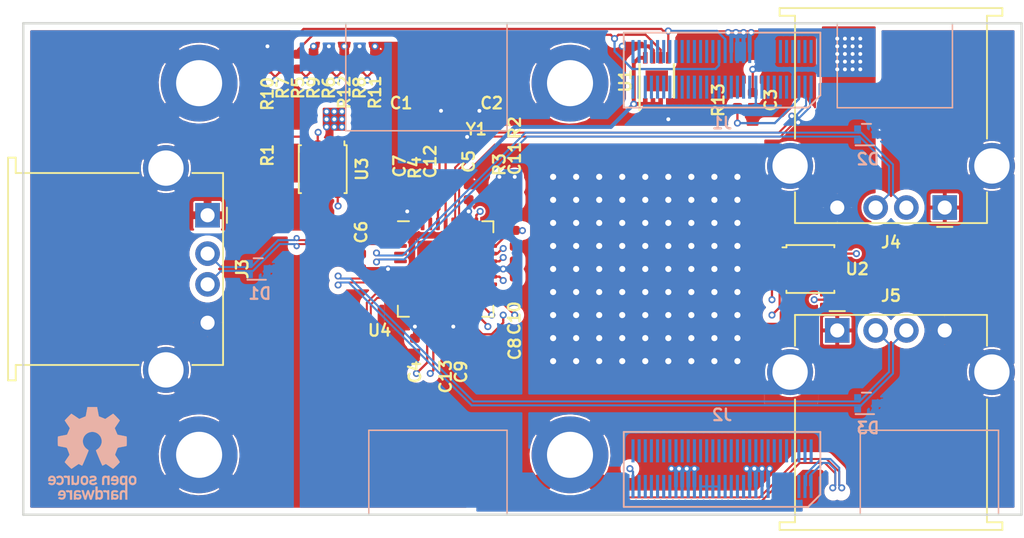
<source format=kicad_pcb>
(kicad_pcb (version 20171130) (host pcbnew "(5.1.5-0-10_14)")
  (title_block (title kimchi_ulid) (date 2019-12-15) (rev v0.1) (company GroupGets))
  (layers (0 F.Cu signal) (1 In1.Cu power) (2 In2.Cu power) (31 B.Cu signal) (34 B.Paste user hide) (35 F.Paste user hide) (36 B.SilkS user hide) (37 F.SilkS user) (38 B.Mask user hide) (39 F.Mask user hide) (44 Edge.Cuts user))
  (net 0 "")
  (net 1 GND)
  (net 2 VDD_1V8)
  (net 3 VDD_3V3)
  (net 4 I2C4_SCL)
  (net 5 I2C4_SDA)
  (net 6 "Net-(C1-Pad2)")
  (net 7 "Net-(C2-Pad2)")
  (net 8 USB2_DN)
  (net 9 USB2_DP)
  (net 10 PCIE_USB_D_P)
  (net 11 PCIE_USB_D_N)
  (net 12 /USB_DN1_DP)
  (net 13 /USB_DN1_DN)
  (net 14 /USB_DN2_DP)
  (net 15 /USB_DN2_DN)
  (net 16 /USB_DN3_DP)
  (net 17 /USB_DN3_DN)
  (net 18 USB2_VBUS)
  (net 19 /USB_DN1_VBUS)
  (net 20 /USB_DN2_VBUS)
  (net 21 /USB_DN3_VBUS)
  (net 22 "Net-(R1-Pad1)")
  (net 23 /USB_DN2_EN)
  (net 24 /USB_DN1_EN)
  (net 25 /USB_DN3_FLG)
  (net 26 /USB_DN3_EN)
  (net 27 /USB_DN2_FLG)
  (net 28 USB2_ID)
  (net 29 SAI3_TXC)
  (net 30 /USB_DN1_FLG)
  (net 31 "Net-(C12-Pad2)")
  (net 32 "Net-(C13-Pad2)")
  (net 33 "Net-(R3-Pad1)")
  (net 34 "Net-(R4-Pad2)")
  (net 35 "Net-(R5-Pad1)")
  (net 36 "Net-(R12-Pad1)")
  (net 37 "Net-(R10-Pad1)")
  (net 38 "Net-(R11-Pad1)")
  (module Resistor_SMD:R_0402_1005Metric (layer F.Cu) (at 153.5 99 270)
    (fp_text reference R13 (at 0 1.25 90) (layer F.SilkS) (effects (font (size 0.75 0.75))))
    (fp_text value 100K)
    (pad 2 smd roundrect (at 0.485 0 270) (size 0.59 0.64) (layers F.Cu F.Paste F.Mask) (net 28 USB2_ID))
    (pad 1 smd roundrect (at -0.485 0 270) (size 0.59 0.64) (layers F.Cu F.Paste F.Mask) (net 1 GND))
  )
  (module Resistor_SMD:R_0402_1005Metric (layer F.Cu) (at 127.9 96.5 90)
    (fp_text reference R12 (at -2 0 90) (layer F.SilkS) (effects (font (size 0.75 0.75))))
    (fp_text value 100K)
    (pad 2 smd roundrect (at 0.485 0 90) (size 0.59 0.64) (layers F.Cu F.Paste F.Mask) (net 1 GND))
    (pad 1 smd roundrect (at -0.485 0 90) (size 0.59 0.64) (layers F.Cu F.Paste F.Mask) (net 36 "Net-(R12-Pad1)"))
  )
  (module Resistor_SMD:R_0402_1005Metric (layer F.Cu) (at 129.9 96.5 90)
    (fp_text reference R11 (at -2 0 90) (layer F.SilkS) (effects (font (size 0.75 0.75))))
    (fp_text value 100K)
    (pad 2 smd roundrect (at 0.485 0 90) (size 0.59 0.64) (layers F.Cu F.Paste F.Mask) (net 1 GND))
    (pad 1 smd roundrect (at -0.485 0 90) (size 0.59 0.64) (layers F.Cu F.Paste F.Mask) (net 38 "Net-(R11-Pad1)"))
  )
  (module Resistor_SMD:R_0402_1005Metric (layer F.Cu) (at 122.9 96.5 90)
    (fp_text reference R10 (at -2.1 0 90) (layer F.SilkS) (effects (font (size 0.75 0.75))))
    (fp_text value 100K)
    (pad 2 smd roundrect (at 0.485 0 90) (size 0.59 0.64) (layers F.Cu F.Paste F.Mask) (net 1 GND))
    (pad 1 smd roundrect (at -0.485 0 90) (size 0.59 0.64) (layers F.Cu F.Paste F.Mask) (net 37 "Net-(R10-Pad1)"))
  )
  (module Resistor_SMD:R_0402_1005Metric (layer F.Cu) (at 125.9 96.5 90)
    (fp_text reference R9 (at -1.7 0 90) (layer F.SilkS) (effects (font (size 0.75 0.75))))
    (fp_text value 100K)
    (pad 2 smd roundrect (at 0.485 0 90) (size 0.59 0.64) (layers F.Cu F.Paste F.Mask) (net 1 GND))
    (pad 1 smd roundrect (at -0.485 0 90) (size 0.59 0.64) (layers F.Cu F.Paste F.Mask) (net 35 "Net-(R5-Pad1)"))
  )
  (module Resistor_SMD:R_0402_1005Metric (layer F.Cu) (at 128.9 96.5 90)
    (fp_text reference R8 (at -1.7 0 90) (layer F.SilkS) (effects (font (size 0.75 0.75))))
    (fp_text value 100K)
    (pad 2 smd roundrect (at 0.485 0 90) (size 0.59 0.64) (layers F.Cu F.Paste F.Mask) (net 3 VDD_3V3))
    (pad 1 smd roundrect (at -0.485 0 90) (size 0.59 0.64) (layers F.Cu F.Paste F.Mask) (net 38 "Net-(R11-Pad1)"))
  )
  (module Resistor_SMD:R_0402_1005Metric (layer F.Cu) (at 123.9 96.5 270)
    (fp_text reference R7 (at 1.7 0 90) (layer F.SilkS) (effects (font (size 0.75 0.75))))
    (fp_text value 0)
    (pad 2 smd roundrect (at 0.485 0 270) (size 0.59 0.64) (layers F.Cu F.Paste F.Mask) (net 37 "Net-(R10-Pad1)"))
    (pad 1 smd roundrect (at -0.485 0 270) (size 0.59 0.64) (layers F.Cu F.Paste F.Mask) (net 5 I2C4_SDA))
  )
  (module Resistor_SMD:R_0402_1005Metric (layer F.Cu) (at 126.9 96.5 90)
    (fp_text reference R6 (at -1.7 0 90) (layer F.SilkS) (effects (font (size 0.75 0.75))))
    (fp_text value 100K)
    (pad 2 smd roundrect (at 0.485 0 90) (size 0.59 0.64) (layers F.Cu F.Paste F.Mask) (net 3 VDD_3V3))
    (pad 1 smd roundrect (at -0.485 0 90) (size 0.59 0.64) (layers F.Cu F.Paste F.Mask) (net 36 "Net-(R12-Pad1)"))
  )
  (module Resistor_SMD:R_0402_1005Metric (layer F.Cu) (at 124.9 96.5 90)
    (fp_text reference R5 (at -1.7 0 90) (layer F.SilkS) (effects (font (size 0.75 0.75))))
    (fp_text value 0)
    (pad 2 smd roundrect (at 0.485 0 90) (size 0.59 0.64) (layers F.Cu F.Paste F.Mask) (net 4 I2C4_SCL))
    (pad 1 smd roundrect (at -0.485 0 90) (size 0.59 0.64) (layers F.Cu F.Paste F.Mask) (net 35 "Net-(R5-Pad1)"))
  )
  (module Resistor_SMD:R_0402_1005Metric (layer F.Cu) (at 132.5 105 270)
    (fp_text reference R4 (at -1.6 0 90) (layer F.SilkS) (effects (font (size 0.75 0.75))))
    (fp_text value "12K 1%")
    (pad 2 smd roundrect (at 0.485 0 270) (size 0.59 0.64) (layers F.Cu F.Paste F.Mask) (net 34 "Net-(R4-Pad2)"))
    (pad 1 smd roundrect (at -0.485 0 270) (size 0.59 0.64) (layers F.Cu F.Paste F.Mask) (net 1 GND))
  )
  (module Resistor_SMD:R_0402_1005Metric (layer F.Cu) (at 138 105 90)
    (fp_text reference R3 (at 1.8 0 90) (layer F.SilkS) (effects (font (size 0.75 0.75))))
    (fp_text value 100K)
    (pad 2 smd roundrect (at 0.485 0 90) (size 0.59 0.64) (layers F.Cu F.Paste F.Mask) (net 3 VDD_3V3))
    (pad 1 smd roundrect (at -0.485 0 90) (size 0.59 0.64) (layers F.Cu F.Paste F.Mask) (net 33 "Net-(R3-Pad1)"))
  )
  (module Resistor_SMD:R_0402_1005Metric (layer F.Cu) (at 139 105 90)
    (fp_text reference R2 (at 4.2 0 90) (layer F.SilkS) (effects (font (size 0.75 0.75))))
    (fp_text value 100K)
    (pad 2 smd roundrect (at 0.485 0 90) (size 0.59 0.64) (layers F.Cu F.Paste F.Mask) (net 3 VDD_3V3))
    (pad 1 smd roundrect (at -0.485 0 90) (size 0.59 0.64) (layers F.Cu F.Paste F.Mask) (net 29 SAI3_TXC))
  )
  (module Package_TO_SOT_SMD:SOT-723 (layer B.Cu) (at 161.9 118.75)
    (fp_text reference D3 (at 0.1 1.6 180) (layer B.SilkS) (effects (font (size 0.75 0.75)) (justify mirror)))
    (fp_text value D_TVS_x2_AAC)
    (pad 3 smd rect (at 0.575 0) (size 0.45 0.5) (layers B.Cu B.Paste B.Mask) (net 1 GND))
    (pad 2 smd rect (at -0.575 -0.4) (size 0.45 0.4) (layers B.Cu B.Paste B.Mask) (net 17 /USB_DN3_DN))
    (pad 1 smd rect (at -0.575 0.4) (size 0.45 0.4) (layers B.Cu B.Paste B.Mask) (net 16 /USB_DN3_DP))
  )
  (module Package_TO_SOT_SMD:SOT-723 (layer B.Cu) (at 161.9 101.25)
    (fp_text reference D2 (at 0.1 1.6) (layer B.SilkS) (effects (font (size 0.75 0.75)) (justify mirror)))
    (fp_text value D_TVS_x2_AAC)
    (pad 3 smd rect (at 0.575 0) (size 0.45 0.5) (layers B.Cu B.Paste B.Mask) (net 1 GND))
    (pad 2 smd rect (at -0.575 -0.4) (size 0.45 0.4) (layers B.Cu B.Paste B.Mask) (net 15 /USB_DN2_DN))
    (pad 1 smd rect (at -0.575 0.4) (size 0.45 0.4) (layers B.Cu B.Paste B.Mask) (net 14 /USB_DN2_DP))
  )
  (module Package_TO_SOT_SMD:SOT-723 (layer B.Cu) (at 122.3 110)
    (fp_text reference D1 (at 0.1 1.6) (layer B.SilkS) (effects (font (size 0.75 0.75)) (justify mirror)))
    (fp_text value D_TVS_x2_AAC)
    (pad 3 smd rect (at 0.575 0) (size 0.45 0.5) (layers B.Cu B.Paste B.Mask) (net 1 GND))
    (pad 2 smd rect (at -0.575 -0.4) (size 0.45 0.4) (layers B.Cu B.Paste B.Mask) (net 13 /USB_DN1_DN))
    (pad 1 smd rect (at -0.575 0.4) (size 0.45 0.4) (layers B.Cu B.Paste B.Mask) (net 12 /USB_DN1_DP))
  )
  (module Capacitor_SMD:C_0402_1005Metric (layer F.Cu) (at 134.5 115 90)
    (fp_text reference C13 (at -2 0 90) (layer F.SilkS) (effects (font (size 0.75 0.75))))
    (fp_text value 0.1uF)
    (pad 2 smd roundrect (at 0.485 0 90) (size 0.59 0.64) (layers F.Cu F.Paste F.Mask) (net 32 "Net-(C13-Pad2)"))
    (pad 1 smd roundrect (at -0.485 0 90) (size 0.59 0.64) (layers F.Cu F.Paste F.Mask) (net 1 GND))
  )
  (module Capacitor_SMD:C_0402_1005Metric (layer F.Cu) (at 133.5 105 270)
    (fp_text reference C12 (at -2 0 90) (layer F.SilkS) (effects (font (size 0.75 0.75))))
    (fp_text value 0.1uF)
    (pad 2 smd roundrect (at 0.485 0 270) (size 0.59 0.64) (layers F.Cu F.Paste F.Mask) (net 31 "Net-(C12-Pad2)"))
    (pad 1 smd roundrect (at -0.485 0 270) (size 0.59 0.64) (layers F.Cu F.Paste F.Mask) (net 1 GND))
  )
  (module Capacitor_SMD:C_0402_1005Metric (layer F.Cu) (at 139 107 270)
    (fp_text reference C11 (at -4.2 0 90) (layer F.SilkS) (effects (font (size 0.75 0.75))))
    (fp_text value 0.1uF)
    (pad 2 smd roundrect (at 0.485 0 270) (size 0.59 0.64) (layers F.Cu F.Paste F.Mask) (net 29 SAI3_TXC))
    (pad 1 smd roundrect (at -0.485 0 270) (size 0.59 0.64) (layers F.Cu F.Paste F.Mask) (net 1 GND))
  )
  (module Capacitor_SMD:C_0402_1005Metric (layer F.Cu) (at 139 109 270)
    (fp_text reference C10 (at 4.2 0.03 90) (layer F.SilkS) (effects (font (size 0.75 0.75))))
    (fp_text value 4.7uF)
    (pad 2 smd roundrect (at 0.485 0 270) (size 0.59 0.64) (layers F.Cu F.Paste F.Mask) (net 3 VDD_3V3))
    (pad 1 smd roundrect (at -0.485 0 270) (size 0.59 0.64) (layers F.Cu F.Paste F.Mask) (net 1 GND))
  )
  (module Capacitor_SMD:C_0402_1005Metric (layer F.Cu) (at 135.5 115 90)
    (fp_text reference C9 (at -1.7 0 90) (layer F.SilkS) (effects (font (size 0.75 0.75))))
    (fp_text value 0.1uF)
    (pad 2 smd roundrect (at 0.485 0 90) (size 0.59 0.64) (layers F.Cu F.Paste F.Mask) (net 3 VDD_3V3))
    (pad 1 smd roundrect (at -0.485 0 90) (size 0.59 0.64) (layers F.Cu F.Paste F.Mask) (net 1 GND))
  )
  (module Capacitor_SMD:C_0402_1005Metric (layer F.Cu) (at 139 111 90)
    (fp_text reference C8 (at -4.2 0 90) (layer F.SilkS) (effects (font (size 0.75 0.75))))
    (fp_text value 0.1uF)
    (pad 2 smd roundrect (at 0.485 0 90) (size 0.59 0.64) (layers F.Cu F.Paste F.Mask) (net 3 VDD_3V3))
    (pad 1 smd roundrect (at -0.485 0 90) (size 0.59 0.64) (layers F.Cu F.Paste F.Mask) (net 1 GND))
  )
  (module Capacitor_SMD:C_0402_1005Metric (layer F.Cu) (at 131.5 105 270)
    (fp_text reference C7 (at -1.7 0 90) (layer F.SilkS) (effects (font (size 0.75 0.75))))
    (fp_text value 0.1uF)
    (pad 2 smd roundrect (at 0.485 0 270) (size 0.59 0.64) (layers F.Cu F.Paste F.Mask) (net 3 VDD_3V3))
    (pad 1 smd roundrect (at -0.485 0 270) (size 0.59 0.64) (layers F.Cu F.Paste F.Mask) (net 1 GND))
  )
  (module Capacitor_SMD:C_0402_1005Metric (layer F.Cu) (at 129 109.5 270)
    (fp_text reference C6 (at -1.9 0 90) (layer F.SilkS) (effects (font (size 0.75 0.75))))
    (fp_text value 0.1uF)
    (pad 2 smd roundrect (at 0.485 0 270) (size 0.59 0.64) (layers F.Cu F.Paste F.Mask) (net 3 VDD_3V3))
    (pad 1 smd roundrect (at -0.485 0 270) (size 0.59 0.64) (layers F.Cu F.Paste F.Mask) (net 1 GND))
  )
  (module Capacitor_SMD:C_0402_1005Metric (layer F.Cu) (at 136 105 270)
    (fp_text reference C5 (at -2 0 90) (layer F.SilkS) (effects (font (size 0.75 0.75))))
    (fp_text value 0.1uF)
    (pad 2 smd roundrect (at 0.485 0 270) (size 0.59 0.64) (layers F.Cu F.Paste F.Mask) (net 3 VDD_3V3))
    (pad 1 smd roundrect (at -0.485 0 270) (size 0.59 0.64) (layers F.Cu F.Paste F.Mask) (net 1 GND))
  )
  (module Capacitor_SMD:C_0402_1005Metric (layer F.Cu) (at 132.5 115 90)
    (fp_text reference C4 (at -1.7 0 90) (layer F.SilkS) (effects (font (size 0.75 0.75))))
    (fp_text value 0.1uF)
    (pad 2 smd roundrect (at 0.485 0 90) (size 0.59 0.64) (layers F.Cu F.Paste F.Mask) (net 3 VDD_3V3))
    (pad 1 smd roundrect (at -0.485 0 90) (size 0.59 0.64) (layers F.Cu F.Paste F.Mask) (net 1 GND))
  )
  (module Capacitor_SMD:C_0402_1005Metric (layer F.Cu) (at 154.5 99 270)
    (fp_text reference C3 (at 0 -1.17 90) (layer F.SilkS) (effects (font (size 0.75 0.75))))
    (fp_text value 1uF)
    (pad 2 smd roundrect (at 0.485 0 270) (size 0.59 0.64) (layers F.Cu F.Paste F.Mask) (net 1 GND))
    (pad 1 smd roundrect (at -0.485 0 270) (size 0.59 0.64) (layers F.Cu F.Paste F.Mask) (net 18 USB2_VBUS))
  )
  (module kimchi_ulid:USB_A_Stewart_SS-52100-001_Horizontal (layer F.Cu) (at 160 114)
    (fp_text reference J5 (at 3.5 -2.26) (layer F.SilkS) (effects (font (size 0.75 0.75))))
    (fp_text value USB_A)
    (pad 4 thru_hole circle (at 7 0) (size 1.6 1.6) (drill 0.92) (layers *.Cu *.Mask) (net 1 GND))
    (pad 3 thru_hole circle (at 4.5 0) (size 1.6 1.6) (drill 0.92) (layers *.Cu *.Mask) (net 16 /USB_DN3_DP))
    (pad 2 thru_hole circle (at 2.5 0) (size 1.6 1.6) (drill 0.92) (layers *.Cu *.Mask) (net 17 /USB_DN3_DN))
    (pad 1 thru_hole rect (at 0 0) (size 1.6 1.6) (drill 0.92) (layers *.Cu *.Mask) (net 21 /USB_DN3_VBUS))
    (pad 5 thru_hole circle (at -3.07 2.71) (size 3 3) (drill 2.3) (layers *.Cu *.Mask) (net 1 GND))
    (pad 5 thru_hole circle (at 10.07 2.71) (size 3 3) (drill 2.3) (layers *.Cu *.Mask) (net 1 GND))
  )
  (module kimchi_ulid:USB_A_Stewart_SS-52100-001_Horizontal (layer F.Cu) (at 119 106.5 270)
    (fp_text reference J3 (at 3.5 -2.26 90) (layer F.SilkS) (effects (font (size 0.75 0.75))))
    (fp_text value USB_A)
    (pad 4 thru_hole circle (at 7 0 270) (size 1.6 1.6) (drill 0.92) (layers *.Cu *.Mask) (net 1 GND))
    (pad 3 thru_hole circle (at 4.5 0 270) (size 1.6 1.6) (drill 0.92) (layers *.Cu *.Mask) (net 12 /USB_DN1_DP))
    (pad 2 thru_hole circle (at 2.5 0 270) (size 1.6 1.6) (drill 0.92) (layers *.Cu *.Mask) (net 13 /USB_DN1_DN))
    (pad 1 thru_hole rect (at 0 0 270) (size 1.6 1.6) (drill 0.92) (layers *.Cu *.Mask) (net 19 /USB_DN1_VBUS))
    (pad 5 thru_hole circle (at -3.07 2.71 270) (size 3 3) (drill 2.3) (layers *.Cu *.Mask) (net 1 GND))
    (pad 5 thru_hole circle (at 10.07 2.71 270) (size 3 3) (drill 2.3) (layers *.Cu *.Mask) (net 1 GND))
  )
  (module kimchi_ulid:USB_A_Stewart_SS-52100-001_Horizontal (layer F.Cu) (at 167 106 180)
    (fp_text reference J4 (at 3.5 -2.26) (layer F.SilkS) (effects (font (size 0.75 0.75))))
    (fp_text value USB_A)
    (pad 4 thru_hole circle (at 7 0 180) (size 1.6 1.6) (drill 0.92) (layers *.Cu *.Mask) (net 1 GND))
    (pad 3 thru_hole circle (at 4.5 0 180) (size 1.6 1.6) (drill 0.92) (layers *.Cu *.Mask) (net 14 /USB_DN2_DP))
    (pad 2 thru_hole circle (at 2.5 0 180) (size 1.6 1.6) (drill 0.92) (layers *.Cu *.Mask) (net 15 /USB_DN2_DN))
    (pad 1 thru_hole rect (at 0 0 180) (size 1.6 1.6) (drill 0.92) (layers *.Cu *.Mask) (net 20 /USB_DN2_VBUS))
    (pad 5 thru_hole circle (at -3.07 2.71 180) (size 3 3) (drill 2.3) (layers *.Cu *.Mask) (net 1 GND))
    (pad 5 thru_hole circle (at 10.07 2.71 180) (size 3 3) (drill 2.3) (layers *.Cu *.Mask) (net 1 GND))
  )
  (module Resistor_SMD:R_0402_1005Metric (layer F.Cu) (at 122.9 100.9 90)
    (fp_text reference R1 (at -1.7 0 90) (layer F.SilkS) (effects (font (size 0.75 0.75))))
    (fp_text value 10K)
    (pad 2 smd roundrect (at 0.485 0 90) (size 0.59 0.64) (layers F.Cu F.Paste F.Mask) (net 1 GND))
    (pad 1 smd roundrect (at -0.485 0 90) (size 0.59 0.64) (layers F.Cu F.Paste F.Mask) (net 22 "Net-(R1-Pad1)"))
  )
  (module Capacitor_SMD:C_0402_1005Metric (layer F.Cu) (at 135.75 99.15 180)
    (fp_text reference C2 (at -1.75 -0.05) (layer F.SilkS) (effects (font (size 0.75 0.75))))
    (fp_text value "18pF 1%")
    (pad 2 smd roundrect (at 0.485 0 180) (size 0.59 0.64) (layers F.Cu F.Paste F.Mask) (net 7 "Net-(C2-Pad2)"))
    (pad 1 smd roundrect (at -0.485 0 180) (size 0.59 0.64) (layers F.Cu F.Paste F.Mask) (net 1 GND))
  )
  (module Capacitor_SMD:C_0402_1005Metric (layer F.Cu) (at 133.25 99.15 180)
    (fp_text reference C1 (at 1.65 -0.05) (layer F.SilkS) (effects (font (size 0.75 0.75))))
    (fp_text value "18pF 1%")
    (pad 2 smd roundrect (at 0.485 0 180) (size 0.59 0.64) (layers F.Cu F.Paste F.Mask) (net 6 "Net-(C1-Pad2)"))
    (pad 1 smd roundrect (at -0.485 0 180) (size 0.59 0.64) (layers F.Cu F.Paste F.Mask) (net 1 GND))
  )
  (module kimchi_ulid:XRCGB (layer F.Cu) (at 134.5 100.9)
    (fp_text reference Y1 (at 2 0) (layer F.SilkS) (effects (font (size 0.75 0.75))))
    (fp_text value "24MHz 50 PPM")
    (pad 4 smd rect (at 0.675 0.5) (size 0.75 0.7) (layers F.Cu F.Paste F.Mask) (net 1 GND))
    (pad 3 smd rect (at -0.675 0.5) (size 0.75 0.7) (layers F.Cu F.Paste F.Mask) (net 6 "Net-(C1-Pad2)"))
    (pad 1 smd rect (at 0.675 -0.5) (size 0.75 0.7) (layers F.Cu F.Paste F.Mask) (net 7 "Net-(C2-Pad2)"))
    (pad 2 smd rect (at -0.675 -0.5) (size 0.75 0.7) (layers F.Cu F.Paste F.Mask) (net 1 GND))
  )
  (module Package_DFN_QFN:QFN-36-1EP_6x6mm_P0.5mm_EP3.7x3.7mm (layer F.Cu) (at 134.5 110)
    (fp_text reference U4 (at -4.3 4) (layer F.SilkS) (effects (font (size 0.75 0.75))))
    (fp_text value USB2514B_Bi)
    (pad 36 smd roundrect (at -2 -2.9375) (size 0.25 0.825) (layers F.Cu F.Paste F.Mask) (net 3 VDD_3V3))
    (pad 35 smd roundrect (at -1.5 -2.9375) (size 0.25 0.825) (layers F.Cu F.Paste F.Mask) (net 34 "Net-(R4-Pad2)"))
    (pad 34 smd roundrect (at -1 -2.9375) (size 0.25 0.825) (layers F.Cu F.Paste F.Mask) (net 31 "Net-(C12-Pad2)"))
    (pad 33 smd roundrect (at -0.5 -2.9375) (size 0.25 0.825) (layers F.Cu F.Paste F.Mask) (net 6 "Net-(C1-Pad2)"))
    (pad 32 smd roundrect (at 0 -2.9375) (size 0.25 0.825) (layers F.Cu F.Paste F.Mask) (net 7 "Net-(C2-Pad2)"))
    (pad 31 smd roundrect (at 0.5 -2.9375) (size 0.25 0.825) (layers F.Cu F.Paste F.Mask) (net 8 USB2_DN))
    (pad 30 smd roundrect (at 1 -2.9375) (size 0.25 0.825) (layers F.Cu F.Paste F.Mask) (net 9 USB2_DP))
    (pad 29 smd roundrect (at 1.5 -2.9375) (size 0.25 0.825) (layers F.Cu F.Paste F.Mask) (net 3 VDD_3V3))
    (pad 28 smd roundrect (at 2 -2.9375) (size 0.25 0.825) (layers F.Cu F.Paste F.Mask) (net 38 "Net-(R11-Pad1)"))
    (pad 27 smd roundrect (at 2.9375 -2) (size 0.825 0.25) (layers F.Cu F.Paste F.Mask) (net 33 "Net-(R3-Pad1)"))
    (pad 26 smd roundrect (at 2.9375 -1.5) (size 0.825 0.25) (layers F.Cu F.Paste F.Mask) (net 29 SAI3_TXC))
    (pad 25 smd roundrect (at 2.9375 -1) (size 0.825 0.25) (layers F.Cu F.Paste F.Mask) (net 36 "Net-(R12-Pad1)"))
    (pad 24 smd roundrect (at 2.9375 -0.5) (size 0.825 0.25) (layers F.Cu F.Paste F.Mask) (net 35 "Net-(R5-Pad1)"))
    (pad 23 smd roundrect (at 2.9375 0) (size 0.825 0.25) (layers F.Cu F.Paste F.Mask) (net 3 VDD_3V3))
    (pad 22 smd roundrect (at 2.9375 0.5) (size 0.825 0.25) (layers F.Cu F.Paste F.Mask) (net 37 "Net-(R10-Pad1)"))
    (pad 21 smd roundrect (at 2.9375 1) (size 0.825 0.25) (layers F.Cu F.Paste F.Mask))
    (pad 20 smd roundrect (at 2.9375 1.5) (size 0.825 0.25) (layers F.Cu F.Paste F.Mask))
    (pad 19 smd roundrect (at 2.9375 2) (size 0.825 0.25) (layers F.Cu F.Paste F.Mask) (net 25 /USB_DN3_FLG))
    (pad 18 smd roundrect (at 2 2.9375) (size 0.25 0.825) (layers F.Cu F.Paste F.Mask) (net 26 /USB_DN3_EN))
    (pad 17 smd roundrect (at 1.5 2.9375) (size 0.25 0.825) (layers F.Cu F.Paste F.Mask) (net 27 /USB_DN2_FLG))
    (pad 16 smd roundrect (at 1 2.9375) (size 0.25 0.825) (layers F.Cu F.Paste F.Mask) (net 23 /USB_DN2_EN))
    (pad 15 smd roundrect (at 0.5 2.9375) (size 0.25 0.825) (layers F.Cu F.Paste F.Mask) (net 3 VDD_3V3))
    (pad 14 smd roundrect (at 0 2.9375) (size 0.25 0.825) (layers F.Cu F.Paste F.Mask) (net 32 "Net-(C13-Pad2)"))
    (pad 13 smd roundrect (at -0.5 2.9375) (size 0.25 0.825) (layers F.Cu F.Paste F.Mask) (net 30 /USB_DN1_FLG))
    (pad 12 smd roundrect (at -1 2.9375) (size 0.25 0.825) (layers F.Cu F.Paste F.Mask) (net 24 /USB_DN1_EN))
    (pad 11 smd roundrect (at -1.5 2.9375) (size 0.25 0.825) (layers F.Cu F.Paste F.Mask))
    (pad 10 smd roundrect (at -2 2.9375) (size 0.25 0.825) (layers F.Cu F.Paste F.Mask) (net 3 VDD_3V3))
    (pad 9 smd roundrect (at -2.9375 2) (size 0.825 0.25) (layers F.Cu F.Paste F.Mask) (net 10 PCIE_USB_D_P))
    (pad 8 smd roundrect (at -2.9375 1.5) (size 0.825 0.25) (layers F.Cu F.Paste F.Mask) (net 11 PCIE_USB_D_N))
    (pad 7 smd roundrect (at -2.9375 1) (size 0.825 0.25) (layers F.Cu F.Paste F.Mask) (net 16 /USB_DN3_DP))
    (pad 6 smd roundrect (at -2.9375 0.5) (size 0.825 0.25) (layers F.Cu F.Paste F.Mask) (net 17 /USB_DN3_DN))
    (pad 5 smd roundrect (at -2.9375 0) (size 0.825 0.25) (layers F.Cu F.Paste F.Mask) (net 3 VDD_3V3))
    (pad 4 smd roundrect (at -2.9375 -0.5) (size 0.825 0.25) (layers F.Cu F.Paste F.Mask) (net 14 /USB_DN2_DP))
    (pad 3 smd roundrect (at -2.9375 -1) (size 0.825 0.25) (layers F.Cu F.Paste F.Mask) (net 15 /USB_DN2_DN))
    (pad 2 smd roundrect (at -2.9375 -1.5) (size 0.825 0.25) (layers F.Cu F.Paste F.Mask) (net 12 /USB_DN1_DP))
    (pad 1 smd roundrect (at -2.9375 -2) (size 0.825 0.25) (layers F.Cu F.Paste F.Mask) (net 13 /USB_DN1_DN))
    (pad 37 smd roundrect (at 0 0) (size 3.7 3.7) (layers F.Cu F.Mask) (roundrect_rratio 0.068) (net 1 GND))
  )
  (module Package_DFN_QFN:DFN-8-1EP_3x3mm_P0.65mm_EP1.55x2.4mm (layer F.Cu) (at 126.5 103.5 270)
    (fp_text reference U3 (at 0 -2.55 90) (layer F.SilkS) (effects (font (size 0.75 0.75))))
    (fp_text value AP2152A)
    (pad 9 smd rect (at 0 0 270) (size 1.55 2.4) (layers F.Cu F.Mask) (net 1 GND))
    (pad 8 smd rect (at 1.55 -0.975 270) (size 0.65 0.35) (layers F.Cu F.Paste F.Mask) (net 30 /USB_DN1_FLG))
    (pad 7 smd rect (at 1.55 -0.325 270) (size 0.65 0.35) (layers F.Cu F.Paste F.Mask) (net 19 /USB_DN1_VBUS))
    (pad 6 smd rect (at 1.55 0.325 270) (size 0.65 0.35) (layers F.Cu F.Paste F.Mask))
    (pad 5 smd rect (at 1.55 0.975 270) (size 0.65 0.35) (layers F.Cu F.Paste F.Mask))
    (pad 4 smd rect (at -1.55 0.975 270) (size 0.65 0.35) (layers F.Cu F.Paste F.Mask) (net 22 "Net-(R1-Pad1)"))
    (pad 3 smd rect (at -1.55 0.325 270) (size 0.65 0.35) (layers F.Cu F.Paste F.Mask) (net 24 /USB_DN1_EN))
    (pad 2 smd rect (at -1.55 -0.325 270) (size 0.65 0.35) (layers F.Cu F.Paste F.Mask) (net 18 USB2_VBUS))
    (pad 1 smd rect (at -1.55 -0.975 270) (size 0.65 0.35) (layers F.Cu F.Paste F.Mask) (net 1 GND))
  )
  (module Package_DFN_QFN:DFN-8-1EP_3x3mm_P0.65mm_EP1.55x2.4mm (layer F.Cu) (at 158.25 110)
    (fp_text reference U2 (at 3.05 0) (layer F.SilkS) (effects (font (size 0.75 0.75))))
    (fp_text value AP2152A)
    (pad 9 smd rect (at 0 0) (size 1.55 2.4) (layers F.Cu F.Mask) (net 1 GND))
    (pad 8 smd rect (at 1.55 -0.975) (size 0.65 0.35) (layers F.Cu F.Paste F.Mask) (net 27 /USB_DN2_FLG))
    (pad 7 smd rect (at 1.55 -0.325) (size 0.65 0.35) (layers F.Cu F.Paste F.Mask) (net 20 /USB_DN2_VBUS))
    (pad 6 smd rect (at 1.55 0.325) (size 0.65 0.35) (layers F.Cu F.Paste F.Mask) (net 21 /USB_DN3_VBUS))
    (pad 5 smd rect (at 1.55 0.975) (size 0.65 0.35) (layers F.Cu F.Paste F.Mask) (net 25 /USB_DN3_FLG))
    (pad 4 smd rect (at -1.55 0.975) (size 0.65 0.35) (layers F.Cu F.Paste F.Mask) (net 26 /USB_DN3_EN))
    (pad 3 smd rect (at -1.55 0.325) (size 0.65 0.35) (layers F.Cu F.Paste F.Mask) (net 23 /USB_DN2_EN))
    (pad 2 smd rect (at -1.55 -0.325) (size 0.65 0.35) (layers F.Cu F.Paste F.Mask) (net 18 USB2_VBUS))
    (pad 1 smd rect (at -1.55 -0.975) (size 0.65 0.35) (layers F.Cu F.Paste F.Mask) (net 1 GND))
  )
  (module kimchi_ulid:MountingHole_3mm_Pad (layer F.Cu) (at 142.6 122.1)
    (fp_text reference H4 hide)
    (fp_text value MountingHole_Pad hide)
    (pad 1 thru_hole circle (at 0 0) (size 5 5) (drill 3) (layers *.Cu *.Mask) (net 1 GND))
  )
  (module kimchi_ulid:MountingHole_3mm_Pad (layer F.Cu) (at 142.6 97.9)
    (fp_text reference H3 hide)
    (fp_text value MountingHole_Pad hide)
    (pad 1 thru_hole circle (at 0 0) (size 5 5) (drill 3) (layers *.Cu *.Mask) (net 1 GND))
  )
  (module kimchi_ulid:MountingHole_3mm_Pad (layer F.Cu) (at 118.45 122.1)
    (fp_text reference H2 hide)
    (fp_text value MountingHole_Pad hide)
    (pad 1 thru_hole circle (at 0 0) (size 5 5) (drill 3) (layers *.Cu *.Mask) (net 1 GND))
  )
  (module kimchi_ulid:MountingHole_3mm_Pad (layer F.Cu) (at 118.45 97.9)
    (fp_text reference H1 hide)
    (fp_text value MountingHole_Pad hide)
    (pad 1 thru_hole circle (at 0 0) (size 5 5) (drill 3) (layers *.Cu *.Mask) (net 1 GND))
  )
  (module "kimchi_ulid:DF40HC(3.5)-60DS" (layer B.Cu) (at 152.5 123 180)
    (fp_text reference J2 (at 0 3.5 180) (layer B.SilkS) (effects (font (size 0.75 0.75)) (justify mirror)))
    (fp_text value "DF40HC(3.5)-60DS" hide)
    (pad 36 smd rect (at 3.8 -1.16 180) (size 0.2 1.5) (layers B.Cu B.Paste B.Mask))
    (pad 37 smd rect (at 3.4 -1.16 180) (size 0.2 1.5) (layers B.Cu B.Paste B.Mask))
    (pad 38 smd rect (at 3 -1.16 180) (size 0.2 1.5) (layers B.Cu B.Paste B.Mask) (net 1 GND))
    (pad 39 smd rect (at 2.6 -1.16 180) (size 0.2 1.5) (layers B.Cu B.Paste B.Mask) (net 1 GND))
    (pad 40 smd rect (at 2.2 -1.16 180) (size 0.2 1.5) (layers B.Cu B.Paste B.Mask) (net 1 GND))
    (pad 30 smd rect (at 5.8 1.16 180) (size 0.2 1.5) (layers B.Cu B.Paste B.Mask))
    (pad 41 smd rect (at 1.8 -1.16 180) (size 0.2 1.5) (layers B.Cu B.Paste B.Mask) (net 1 GND))
    (pad 29 smd rect (at 5.4 1.16 180) (size 0.2 1.5) (layers B.Cu B.Paste B.Mask))
    (pad 42 smd rect (at 1.4 -1.16 180) (size 0.2 1.5) (layers B.Cu B.Paste B.Mask) (net 2 VDD_1V8))
    (pad 28 smd rect (at 5 1.16 180) (size 0.2 1.5) (layers B.Cu B.Paste B.Mask))
    (pad 43 smd rect (at 1 -1.16 180) (size 0.2 1.5) (layers B.Cu B.Paste B.Mask) (net 2 VDD_1V8))
    (pad 27 smd rect (at 4.6 1.16 180) (size 0.2 1.5) (layers B.Cu B.Paste B.Mask))
    (pad 44 smd rect (at 0.6 -1.16 180) (size 0.2 1.5) (layers B.Cu B.Paste B.Mask) (net 2 VDD_1V8))
    (pad 26 smd rect (at 4.2 1.16 180) (size 0.2 1.5) (layers B.Cu B.Paste B.Mask))
    (pad 45 smd rect (at 0.2 -1.16 180) (size 0.2 1.5) (layers B.Cu B.Paste B.Mask) (net 2 VDD_1V8))
    (pad 25 smd rect (at 3.8 1.16 180) (size 0.2 1.5) (layers B.Cu B.Paste B.Mask))
    (pad 46 smd rect (at -0.2 -1.16 180) (size 0.2 1.5) (layers B.Cu B.Paste B.Mask))
    (pad 24 smd rect (at 3.4 1.16 180) (size 0.2 1.5) (layers B.Cu B.Paste B.Mask))
    (pad 47 smd rect (at -0.6 -1.16 180) (size 0.2 1.5) (layers B.Cu B.Paste B.Mask))
    (pad 23 smd rect (at 3 1.16 180) (size 0.2 1.5) (layers B.Cu B.Paste B.Mask))
    (pad 48 smd rect (at -1 -1.16 180) (size 0.2 1.5) (layers B.Cu B.Paste B.Mask))
    (pad 22 smd rect (at 2.6 1.16 180) (size 0.2 1.5) (layers B.Cu B.Paste B.Mask))
    (pad 49 smd rect (at -1.4 -1.16 180) (size 0.2 1.5) (layers B.Cu B.Paste B.Mask))
    (pad 21 smd rect (at 2.2 1.16 180) (size 0.2 1.5) (layers B.Cu B.Paste B.Mask))
    (pad 50 smd rect (at -1.8 -1.16 180) (size 0.2 1.5) (layers B.Cu B.Paste B.Mask) (net 1 GND))
    (pad 20 smd rect (at 1.8 1.16 180) (size 0.2 1.5) (layers B.Cu B.Paste B.Mask))
    (pad 51 smd rect (at -2.2 -1.16 180) (size 0.2 1.5) (layers B.Cu B.Paste B.Mask) (net 1 GND))
    (pad 19 smd rect (at 1.4 1.16 180) (size 0.2 1.5) (layers B.Cu B.Paste B.Mask))
    (pad 52 smd rect (at -2.6 -1.16 180) (size 0.2 1.5) (layers B.Cu B.Paste B.Mask) (net 1 GND))
    (pad 18 smd rect (at 1 1.16 180) (size 0.2 1.5) (layers B.Cu B.Paste B.Mask))
    (pad 53 smd rect (at -3 -1.16 180) (size 0.2 1.5) (layers B.Cu B.Paste B.Mask) (net 1 GND))
    (pad 17 smd rect (at 0.6 1.16 180) (size 0.2 1.5) (layers B.Cu B.Paste B.Mask))
    (pad 54 smd rect (at -3.4 -1.16 180) (size 0.2 1.5) (layers B.Cu B.Paste B.Mask) (net 3 VDD_3V3))
    (pad 16 smd rect (at 0.2 1.16 180) (size 0.2 1.5) (layers B.Cu B.Paste B.Mask))
    (pad 55 smd rect (at -3.8 -1.16 180) (size 0.2 1.5) (layers B.Cu B.Paste B.Mask) (net 3 VDD_3V3))
    (pad 15 smd rect (at -0.2 1.16 180) (size 0.2 1.5) (layers B.Cu B.Paste B.Mask))
    (pad 56 smd rect (at -4.2 -1.16 180) (size 0.2 1.5) (layers B.Cu B.Paste B.Mask) (net 3 VDD_3V3))
    (pad 14 smd rect (at -0.6 1.16 180) (size 0.2 1.5) (layers B.Cu B.Paste B.Mask))
    (pad 57 smd rect (at -4.6 -1.16 180) (size 0.2 1.5) (layers B.Cu B.Paste B.Mask) (net 3 VDD_3V3))
    (pad 13 smd rect (at -1 1.16 180) (size 0.2 1.5) (layers B.Cu B.Paste B.Mask))
    (pad 58 smd rect (at -5 -1.16 180) (size 0.2 1.5) (layers B.Cu B.Paste B.Mask))
    (pad 12 smd rect (at -1.4 1.16 180) (size 0.2 1.5) (layers B.Cu B.Paste B.Mask))
    (pad 59 smd rect (at -5.4 -1.16 180) (size 0.2 1.5) (layers B.Cu B.Paste B.Mask) (net 10 PCIE_USB_D_P))
    (pad 11 smd rect (at -1.8 1.16 180) (size 0.2 1.5) (layers B.Cu B.Paste B.Mask))
    (pad 60 smd rect (at -5.8 -1.16 180) (size 0.2 1.5) (layers B.Cu B.Paste B.Mask) (net 11 PCIE_USB_D_N))
    (pad 10 smd rect (at -2.2 1.16 180) (size 0.2 1.5) (layers B.Cu B.Paste B.Mask))
    (pad 31 smd rect (at 5.8 -1.16 180) (size 0.2 1.5) (layers B.Cu B.Paste B.Mask) (net 29 SAI3_TXC))
    (pad 9 smd rect (at -2.6 1.16 180) (size 0.2 1.5) (layers B.Cu B.Paste B.Mask))
    (pad 32 smd rect (at 5.4 -1.16 180) (size 0.2 1.5) (layers B.Cu B.Paste B.Mask))
    (pad 8 smd rect (at -3 1.16 180) (size 0.2 1.5) (layers B.Cu B.Paste B.Mask))
    (pad 33 smd rect (at 5 -1.16 180) (size 0.2 1.5) (layers B.Cu B.Paste B.Mask))
    (pad 7 smd rect (at -3.4 1.16 180) (size 0.2 1.5) (layers B.Cu B.Paste B.Mask))
    (pad 34 smd rect (at 4.6 -1.16 180) (size 0.2 1.5) (layers B.Cu B.Paste B.Mask))
    (pad 6 smd rect (at -3.8 1.16 180) (size 0.2 1.5) (layers B.Cu B.Paste B.Mask))
    (pad 35 smd rect (at 4.2 -1.16 180) (size 0.2 1.5) (layers B.Cu B.Paste B.Mask))
    (pad 5 smd rect (at -4.2 1.16 180) (size 0.2 1.5) (layers B.Cu B.Paste B.Mask))
    (pad 4 smd rect (at -4.6 1.16 180) (size 0.2 1.5) (layers B.Cu B.Paste B.Mask))
    (pad 3 smd rect (at -5 1.16 180) (size 0.2 1.5) (layers B.Cu B.Paste B.Mask))
    (pad 2 smd rect (at -5.4 1.16 180) (size 0.2 1.5) (layers B.Cu B.Paste B.Mask))
    (pad 1 smd rect (at -5.8 1.16 180) (size 0.2 1.5) (layers B.Cu B.Paste B.Mask))
  )
  (module "kimchi_ulid:DF40HC(3.5)-60DS" (layer B.Cu) (at 152.5 97 180)
    (fp_text reference J1 (at 0 -3.5) (layer B.SilkS) (effects (font (size 0.75 0.75)) (justify mirror)))
    (fp_text value "DF40HC(3.5)-60DS" hide)
    (pad 36 smd rect (at 3.8 -1.16 180) (size 0.2 1.5) (layers B.Cu B.Paste B.Mask))
    (pad 37 smd rect (at 3.4 -1.16 180) (size 0.2 1.5) (layers B.Cu B.Paste B.Mask))
    (pad 38 smd rect (at 3 -1.16 180) (size 0.2 1.5) (layers B.Cu B.Paste B.Mask))
    (pad 39 smd rect (at 2.6 -1.16 180) (size 0.2 1.5) (layers B.Cu B.Paste B.Mask))
    (pad 40 smd rect (at 2.2 -1.16 180) (size 0.2 1.5) (layers B.Cu B.Paste B.Mask))
    (pad 30 smd rect (at 5.8 1.16 180) (size 0.2 1.5) (layers B.Cu B.Paste B.Mask))
    (pad 41 smd rect (at 1.8 -1.16 180) (size 0.2 1.5) (layers B.Cu B.Paste B.Mask))
    (pad 29 smd rect (at 5.4 1.16 180) (size 0.2 1.5) (layers B.Cu B.Paste B.Mask))
    (pad 42 smd rect (at 1.4 -1.16 180) (size 0.2 1.5) (layers B.Cu B.Paste B.Mask))
    (pad 28 smd rect (at 5 1.16 180) (size 0.2 1.5) (layers B.Cu B.Paste B.Mask))
    (pad 43 smd rect (at 1 -1.16 180) (size 0.2 1.5) (layers B.Cu B.Paste B.Mask))
    (pad 27 smd rect (at 4.6 1.16 180) (size 0.2 1.5) (layers B.Cu B.Paste B.Mask))
    (pad 44 smd rect (at 0.6 -1.16 180) (size 0.2 1.5) (layers B.Cu B.Paste B.Mask))
    (pad 26 smd rect (at 4.2 1.16 180) (size 0.2 1.5) (layers B.Cu B.Paste B.Mask))
    (pad 45 smd rect (at 0.2 -1.16 180) (size 0.2 1.5) (layers B.Cu B.Paste B.Mask))
    (pad 25 smd rect (at 3.8 1.16 180) (size 0.2 1.5) (layers B.Cu B.Paste B.Mask))
    (pad 46 smd rect (at -0.2 -1.16 180) (size 0.2 1.5) (layers B.Cu B.Paste B.Mask))
    (pad 24 smd rect (at 3.4 1.16 180) (size 0.2 1.5) (layers B.Cu B.Paste B.Mask))
    (pad 47 smd rect (at -0.6 -1.16 180) (size 0.2 1.5) (layers B.Cu B.Paste B.Mask))
    (pad 23 smd rect (at 3 1.16 180) (size 0.2 1.5) (layers B.Cu B.Paste B.Mask))
    (pad 48 smd rect (at -1 -1.16 180) (size 0.2 1.5) (layers B.Cu B.Paste B.Mask))
    (pad 22 smd rect (at 2.6 1.16 180) (size 0.2 1.5) (layers B.Cu B.Paste B.Mask))
    (pad 49 smd rect (at -1.4 -1.16 180) (size 0.2 1.5) (layers B.Cu B.Paste B.Mask))
    (pad 21 smd rect (at 2.2 1.16 180) (size 0.2 1.5) (layers B.Cu B.Paste B.Mask))
    (pad 50 smd rect (at -1.8 -1.16 180) (size 0.2 1.5) (layers B.Cu B.Paste B.Mask))
    (pad 20 smd rect (at 1.8 1.16 180) (size 0.2 1.5) (layers B.Cu B.Paste B.Mask))
    (pad 51 smd rect (at -2.2 -1.16 180) (size 0.2 1.5) (layers B.Cu B.Paste B.Mask) (net 1 GND))
    (pad 19 smd rect (at 1.4 1.16 180) (size 0.2 1.5) (layers B.Cu B.Paste B.Mask))
    (pad 52 smd rect (at -2.6 -1.16 180) (size 0.2 1.5) (layers B.Cu B.Paste B.Mask))
    (pad 18 smd rect (at 1 1.16 180) (size 0.2 1.5) (layers B.Cu B.Paste B.Mask))
    (pad 53 smd rect (at -3 -1.16 180) (size 0.2 1.5) (layers B.Cu B.Paste B.Mask))
    (pad 17 smd rect (at 0.6 1.16 180) (size 0.2 1.5) (layers B.Cu B.Paste B.Mask))
    (pad 54 smd rect (at -3.4 -1.16 180) (size 0.2 1.5) (layers B.Cu B.Paste B.Mask))
    (pad 16 smd rect (at 0.2 1.16 180) (size 0.2 1.5) (layers B.Cu B.Paste B.Mask) (net 4 I2C4_SCL))
    (pad 55 smd rect (at -3.8 -1.16 180) (size 0.2 1.5) (layers B.Cu B.Paste B.Mask))
    (pad 15 smd rect (at -0.2 1.16 180) (size 0.2 1.5) (layers B.Cu B.Paste B.Mask) (net 5 I2C4_SDA))
    (pad 56 smd rect (at -4.2 -1.16 180) (size 0.2 1.5) (layers B.Cu B.Paste B.Mask))
    (pad 14 smd rect (at -0.6 1.16 180) (size 0.2 1.5) (layers B.Cu B.Paste B.Mask) (net 1 GND))
    (pad 57 smd rect (at -4.6 -1.16 180) (size 0.2 1.5) (layers B.Cu B.Paste B.Mask) (net 18 USB2_VBUS))
    (pad 13 smd rect (at -1 1.16 180) (size 0.2 1.5) (layers B.Cu B.Paste B.Mask) (net 1 GND))
    (pad 58 smd rect (at -5 -1.16 180) (size 0.2 1.5) (layers B.Cu B.Paste B.Mask) (net 28 USB2_ID))
    (pad 12 smd rect (at -1.4 1.16 180) (size 0.2 1.5) (layers B.Cu B.Paste B.Mask) (net 1 GND))
    (pad 59 smd rect (at -5.4 -1.16 180) (size 0.2 1.5) (layers B.Cu B.Paste B.Mask) (net 8 USB2_DN))
    (pad 11 smd rect (at -1.8 1.16 180) (size 0.2 1.5) (layers B.Cu B.Paste B.Mask) (net 1 GND))
    (pad 60 smd rect (at -5.8 -1.16 180) (size 0.2 1.5) (layers B.Cu B.Paste B.Mask) (net 9 USB2_DP))
    (pad 10 smd rect (at -2.2 1.16 180) (size 0.2 1.5) (layers B.Cu B.Paste B.Mask) (net 18 USB2_VBUS))
    (pad 31 smd rect (at 5.8 -1.16 180) (size 0.2 1.5) (layers B.Cu B.Paste B.Mask))
    (pad 9 smd rect (at -2.6 1.16 180) (size 0.2 1.5) (layers B.Cu B.Paste B.Mask) (net 18 USB2_VBUS))
    (pad 32 smd rect (at 5.4 -1.16 180) (size 0.2 1.5) (layers B.Cu B.Paste B.Mask))
    (pad 8 smd rect (at -3 1.16 180) (size 0.2 1.5) (layers B.Cu B.Paste B.Mask) (net 18 USB2_VBUS))
    (pad 33 smd rect (at 5 -1.16 180) (size 0.2 1.5) (layers B.Cu B.Paste B.Mask))
    (pad 7 smd rect (at -3.4 1.16 180) (size 0.2 1.5) (layers B.Cu B.Paste B.Mask) (net 18 USB2_VBUS))
    (pad 34 smd rect (at 4.6 -1.16 180) (size 0.2 1.5) (layers B.Cu B.Paste B.Mask))
    (pad 6 smd rect (at -3.8 1.16 180) (size 0.2 1.5) (layers B.Cu B.Paste B.Mask))
    (pad 35 smd rect (at 4.2 -1.16 180) (size 0.2 1.5) (layers B.Cu B.Paste B.Mask))
    (pad 5 smd rect (at -4.2 1.16 180) (size 0.2 1.5) (layers B.Cu B.Paste B.Mask))
    (pad 4 smd rect (at -4.6 1.16 180) (size 0.2 1.5) (layers B.Cu B.Paste B.Mask))
    (pad 3 smd rect (at -5 1.16 180) (size 0.2 1.5) (layers B.Cu B.Paste B.Mask))
    (pad 2 smd rect (at -5.4 1.16 180) (size 0.2 1.5) (layers B.Cu B.Paste B.Mask))
    (pad 1 smd rect (at -5.8 1.16 180) (size 0.2 1.5) (layers B.Cu B.Paste B.Mask))
  )
  (module Package_DFN_QFN:DFN-8-1EP_3x2mm_P0.5mm_EP1.36x1.46mm (layer F.Cu) (at 148.25 97.75 90)
    (fp_text reference U1 (at 0 -2.05 90) (layer F.SilkS) (effects (font (size 0.75 0.75))))
    (fp_text value 24C32 hide)
    (pad 9 smd rect (at 0 0 90) (size 1.36 1.46) (layers F.Cu F.Mask))
    (pad 8 smd rect (at 1.5 -0.75 90) (size 0.75 0.3) (layers F.Cu F.Paste F.Mask) (net 3 VDD_3V3))
    (pad 7 smd rect (at 1.5 -0.25 90) (size 0.75 0.3) (layers F.Cu F.Paste F.Mask) (net 1 GND))
    (pad 6 smd rect (at 1.5 0.25 90) (size 0.75 0.3) (layers F.Cu F.Paste F.Mask) (net 4 I2C4_SCL))
    (pad 5 smd rect (at 1.5 0.75 90) (size 0.75 0.3) (layers F.Cu F.Paste F.Mask) (net 5 I2C4_SDA))
    (pad 4 smd rect (at -1.5 0.75 90) (size 0.75 0.3) (layers F.Cu F.Paste F.Mask) (net 1 GND))
    (pad 3 smd rect (at -1.5 0.25 90) (size 0.75 0.3) (layers F.Cu F.Paste F.Mask) (net 3 VDD_3V3))
    (pad 2 smd rect (at -1.5 -0.25 90) (size 0.75 0.3) (layers F.Cu F.Paste F.Mask) (net 3 VDD_3V3))
    (pad 1 smd rect (at -1.5 -0.75 90) (size 0.75 0.3) (layers F.Cu F.Paste F.Mask) (net 3 VDD_3V3))
  )
  (module Symbol:OSHW-Logo_5.7x6mm_SilkScreen (layer B.Cu) (at 111.5 122 180)
    (fp_text reference LOGO1 hide)
    (fp_text value Logo_Open_Hardware_Small hide)
  )
  (gr_line (start 170.5 120.5) (end 161.5 120.5) (layer B.SilkS) (width 0.1))
  (gr_line (start 170.5 126) (end 170.5 120.5) (layer B.SilkS) (width 0.1))
  (gr_line (start 161.5 126) (end 170.5 126) (layer B.SilkS) (width 0.1))
  (gr_line (start 161.5 120.5) (end 161.5 126) (layer B.SilkS) (width 0.1))
  (gr_line (start 138.5 120.5) (end 129.5 120.5) (layer B.SilkS) (width 0.1))
  (gr_line (start 138.5 126) (end 138.5 120.5) (layer B.SilkS) (width 0.1))
  (gr_line (start 129.5 126) (end 138.5 126) (layer B.SilkS) (width 0.1))
  (gr_line (start 129.5 120.5) (end 129.5 126) (layer B.SilkS) (width 0.1))
  (gr_line (start 138.5 94) (end 128 94) (layer B.SilkS) (width 0.1))
  (gr_line (start 138.5 101) (end 138.5 94) (layer B.SilkS) (width 0.1))
  (gr_line (start 128 101) (end 138.5 101) (layer B.SilkS) (width 0.1))
  (gr_line (start 128 94) (end 128 101) (layer B.SilkS) (width 0.1))
  (gr_line (start 167.5 94) (end 160 94) (layer B.SilkS) (width 0.1))
  (gr_line (start 167.5 99.5) (end 167.5 94) (layer B.SilkS) (width 0.1))
  (gr_line (start 160 99.5) (end 167.5 99.5) (layer B.SilkS) (width 0.1))
  (gr_line (start 160 94) (end 160 99.5) (layer B.SilkS) (width 0.1))
  (gr_line (start 107 126) (end 107 94) (layer Edge.Cuts) (width 0.15))
  (gr_line (start 172 126) (end 107 126) (layer Edge.Cuts) (width 0.15))
  (gr_line (start 172 94) (end 172 126) (layer Edge.Cuts) (width 0.15))
  (gr_line (start 107 94) (end 172 94) (layer Edge.Cuts) (width 0.15))
  (via (at 134.199962 99.7) (size 0.4572) (drill 0.254) (layers F.Cu B.Cu) (net 1))
  (segment (start 133.735 99.15) (end 134.03 99.15) (width 0.146812) (layer F.Cu) (net 1))
  (segment (start 134.03 99.15) (end 134.199962 99.319962) (width 0.146812) (layer F.Cu) (net 1))
  (segment (start 134.199962 99.319962) (end 134.199962 99.7) (width 0.146812) (layer F.Cu) (net 1))
  (via (at 136.7 99.7) (size 0.4572) (drill 0.254) (layers F.Cu B.Cu) (net 1))
  (segment (start 136.235 99.15) (end 136.53 99.15) (width 0.146812) (layer F.Cu) (net 1))
  (segment (start 136.70001 99.32001) (end 136.70001 99.7) (width 0.146812) (layer F.Cu) (net 1))
  (segment (start 136.53 99.15) (end 136.70001 99.32001) (width 0.146812) (layer F.Cu) (net 1))
  (via (at 135.9 101.4) (size 0.4572) (drill 0.254) (layers F.Cu B.Cu) (net 1))
  (segment (start 135.175 101.4) (end 135.9 101.4) (width 0.146812) (layer F.Cu) (net 1))
  (segment (start 134.199962 100.025038) (end 133.825 100.4) (width 0.146812) (layer F.Cu) (net 1))
  (segment (start 134.199962 99.7) (end 134.199962 100.025038) (width 0.146812) (layer F.Cu) (net 1))
  (via (at 141.5 104) (size 1) (drill 0.4) (layers F.Cu B.Cu) (net 1))
  (via (at 143 104) (size 1) (drill 0.4) (layers F.Cu B.Cu) (net 1))
  (via (at 141.5 105.5) (size 1) (drill 0.4) (layers F.Cu B.Cu) (net 1))
  (via (at 143 105.5) (size 1) (drill 0.4) (layers F.Cu B.Cu) (net 1))
  (via (at 144.5 104) (size 1) (drill 0.4) (layers F.Cu B.Cu) (net 1))
  (via (at 146 104) (size 1) (drill 0.4) (layers F.Cu B.Cu) (net 1))
  (via (at 147.5 104) (size 1) (drill 0.4) (layers F.Cu B.Cu) (net 1))
  (via (at 149 104) (size 1) (drill 0.4) (layers F.Cu B.Cu) (net 1))
  (via (at 150.5 104) (size 1) (drill 0.4) (layers F.Cu B.Cu) (net 1))
  (via (at 152 104) (size 1) (drill 0.4) (layers F.Cu B.Cu) (net 1))
  (via (at 153.5 104) (size 1) (drill 0.4) (layers F.Cu B.Cu) (net 1))
  (via (at 144.5 105.5) (size 1) (drill 0.4) (layers F.Cu B.Cu) (net 1))
  (via (at 146 105.5) (size 1) (drill 0.4) (layers F.Cu B.Cu) (net 1))
  (via (at 147.5 105.5) (size 1) (drill 0.4) (layers F.Cu B.Cu) (net 1))
  (via (at 149 105.5) (size 1) (drill 0.4) (layers F.Cu B.Cu) (net 1))
  (via (at 150.5 105.5) (size 1) (drill 0.4) (layers F.Cu B.Cu) (net 1))
  (via (at 152 105.5) (size 1) (drill 0.4) (layers F.Cu B.Cu) (net 1))
  (via (at 153.5 105.5) (size 1) (drill 0.4) (layers F.Cu B.Cu) (net 1))
  (via (at 152 107) (size 1) (drill 0.4) (layers F.Cu B.Cu) (net 1))
  (via (at 144.5 108.5) (size 1) (drill 0.4) (layers F.Cu B.Cu) (net 1))
  (via (at 146 108.5) (size 1) (drill 0.4) (layers F.Cu B.Cu) (net 1))
  (via (at 147.5 108.5) (size 1) (drill 0.4) (layers F.Cu B.Cu) (net 1))
  (via (at 147.5 107) (size 1) (drill 0.4) (layers F.Cu B.Cu) (net 1))
  (via (at 149 107) (size 1) (drill 0.4) (layers F.Cu B.Cu) (net 1))
  (via (at 149 108.5) (size 1) (drill 0.4) (layers F.Cu B.Cu) (net 1))
  (via (at 152 108.5) (size 1) (drill 0.4) (layers F.Cu B.Cu) (net 1))
  (via (at 143 108.5) (size 1) (drill 0.4) (layers F.Cu B.Cu) (net 1))
  (via (at 141.5 108.5) (size 1) (drill 0.4) (layers F.Cu B.Cu) (net 1))
  (via (at 153.5 107) (size 1) (drill 0.4) (layers F.Cu B.Cu) (net 1))
  (via (at 150.5 107) (size 1) (drill 0.4) (layers F.Cu B.Cu) (net 1))
  (via (at 146 107) (size 1) (drill 0.4) (layers F.Cu B.Cu) (net 1))
  (via (at 141.5 107) (size 1) (drill 0.4) (layers F.Cu B.Cu) (net 1))
  (via (at 150.5 108.5) (size 1) (drill 0.4) (layers F.Cu B.Cu) (net 1))
  (via (at 144.5 107) (size 1) (drill 0.4) (layers F.Cu B.Cu) (net 1))
  (via (at 143 107) (size 1) (drill 0.4) (layers F.Cu B.Cu) (net 1))
  (via (at 153.5 108.5) (size 1) (drill 0.4) (layers F.Cu B.Cu) (net 1))
  (via (at 153.5 111.5) (size 1) (drill 0.4) (layers F.Cu B.Cu) (net 1))
  (via (at 150.5 110) (size 1) (drill 0.4) (layers F.Cu B.Cu) (net 1))
  (via (at 153.5 110) (size 1) (drill 0.4) (layers F.Cu B.Cu) (net 1))
  (via (at 144.5 110) (size 1) (drill 0.4) (layers F.Cu B.Cu) (net 1))
  (via (at 141.5 110) (size 1) (drill 0.4) (layers F.Cu B.Cu) (net 1))
  (via (at 150.5 111.5) (size 1) (drill 0.4) (layers F.Cu B.Cu) (net 1))
  (via (at 146 110) (size 1) (drill 0.4) (layers F.Cu B.Cu) (net 1))
  (via (at 143 110) (size 1) (drill 0.4) (layers F.Cu B.Cu) (net 1))
  (via (at 141.5 111.5) (size 1) (drill 0.4) (layers F.Cu B.Cu) (net 1))
  (via (at 149 110) (size 1) (drill 0.4) (layers F.Cu B.Cu) (net 1))
  (via (at 147.5 111.5) (size 1) (drill 0.4) (layers F.Cu B.Cu) (net 1))
  (via (at 152 110) (size 1) (drill 0.4) (layers F.Cu B.Cu) (net 1))
  (via (at 149 111.5) (size 1) (drill 0.4) (layers F.Cu B.Cu) (net 1))
  (via (at 146 111.5) (size 1) (drill 0.4) (layers F.Cu B.Cu) (net 1))
  (via (at 143 111.5) (size 1) (drill 0.4) (layers F.Cu B.Cu) (net 1))
  (via (at 144.5 111.5) (size 1) (drill 0.4) (layers F.Cu B.Cu) (net 1))
  (via (at 152 111.5) (size 1) (drill 0.4) (layers F.Cu B.Cu) (net 1))
  (via (at 147.5 110) (size 1) (drill 0.4) (layers F.Cu B.Cu) (net 1))
  (via (at 149 113) (size 1) (drill 0.4) (layers F.Cu B.Cu) (net 1))
  (via (at 153.5 113) (size 1) (drill 0.4) (layers F.Cu B.Cu) (net 1))
  (via (at 146 113) (size 1) (drill 0.4) (layers F.Cu B.Cu) (net 1))
  (via (at 152 114.5) (size 1) (drill 0.4) (layers F.Cu B.Cu) (net 1))
  (via (at 146 114.5) (size 1) (drill 0.4) (layers F.Cu B.Cu) (net 1))
  (via (at 152 113) (size 1) (drill 0.4) (layers F.Cu B.Cu) (net 1))
  (via (at 150.5 114.5) (size 1) (drill 0.4) (layers F.Cu B.Cu) (net 1))
  (via (at 150.5 113) (size 1) (drill 0.4) (layers F.Cu B.Cu) (net 1))
  (via (at 143 113) (size 1) (drill 0.4) (layers F.Cu B.Cu) (net 1))
  (via (at 147.5 113) (size 1) (drill 0.4) (layers F.Cu B.Cu) (net 1))
  (via (at 147.5 114.5) (size 1) (drill 0.4) (layers F.Cu B.Cu) (net 1))
  (via (at 141.5 113) (size 1) (drill 0.4) (layers F.Cu B.Cu) (net 1))
  (via (at 149 114.5) (size 1) (drill 0.4) (layers F.Cu B.Cu) (net 1))
  (via (at 144.5 114.5) (size 1) (drill 0.4) (layers F.Cu B.Cu) (net 1))
  (via (at 141.5 114.5) (size 1) (drill 0.4) (layers F.Cu B.Cu) (net 1))
  (via (at 144.5 113) (size 1) (drill 0.4) (layers F.Cu B.Cu) (net 1))
  (via (at 143 114.5) (size 1) (drill 0.4) (layers F.Cu B.Cu) (net 1))
  (via (at 153.5 114.5) (size 1) (drill 0.4) (layers F.Cu B.Cu) (net 1))
  (via (at 141.5 116) (size 1) (drill 0.4) (layers F.Cu B.Cu) (net 1))
  (via (at 143 116) (size 1) (drill 0.4) (layers F.Cu B.Cu) (net 1))
  (via (at 144.5 116) (size 1) (drill 0.4) (layers F.Cu B.Cu) (net 1))
  (via (at 146 116) (size 1) (drill 0.4) (layers F.Cu B.Cu) (net 1))
  (via (at 147.5 116) (size 1) (drill 0.4) (layers F.Cu B.Cu) (net 1))
  (via (at 149 116) (size 1) (drill 0.4) (layers F.Cu B.Cu) (net 1))
  (via (at 150.5 116) (size 1) (drill 0.4) (layers F.Cu B.Cu) (net 1))
  (via (at 152 116) (size 1) (drill 0.4) (layers F.Cu B.Cu) (net 1))
  (via (at 153.5 116) (size 1) (drill 0.4) (layers F.Cu B.Cu) (net 1))
  (via (at 129.9 95.5) (size 0.4572) (drill 0.254) (layers F.Cu B.Cu) (net 1))
  (segment (start 129.9 96.015) (end 129.9 95.5) (width 0.146812) (layer F.Cu) (net 1))
  (via (at 127.9 95.5) (size 0.4572) (drill 0.254) (layers F.Cu B.Cu) (net 1))
  (segment (start 127.9 96.015) (end 127.9 95.5) (width 0.146812) (layer F.Cu) (net 1))
  (via (at 125.9 95.5) (size 0.4572) (drill 0.254) (layers F.Cu B.Cu) (net 1))
  (segment (start 125.9 96.015) (end 125.9 95.5) (width 0.146812) (layer F.Cu) (net 1))
  (via (at 122.9 95.5) (size 0.4572) (drill 0.254) (layers F.Cu B.Cu) (net 1))
  (segment (start 122.9 96.015) (end 122.9 95.5) (width 0.146812) (layer F.Cu) (net 1))
  (segment (start 154.3 124.16) (end 154.3 123.156) (width 0.254) (layer B.Cu) (net 1))
  (segment (start 149.9 124.16) (end 149.9 123.1) (width 0.254) (layer B.Cu) (net 1))
  (segment (start 149.9 123.1) (end 150 123.1) (width 0.254) (layer B.Cu) (net 1))
  (segment (start 150 123.1) (end 150.1 123) (width 0.254) (layer B.Cu) (net 1))
  (segment (start 150.7 124.16) (end 150.7 123.156) (width 0.254) (layer B.Cu) (net 1))
  (segment (start 150.7 123.156) (end 150.856 123) (width 0.254) (layer B.Cu) (net 1))
  (segment (start 150.1 123) (end 150.2 123) (width 0.254) (layer B.Cu) (net 1))
  (segment (start 150.3 124.16) (end 150.3 123.156) (width 0.254) (layer B.Cu) (net 1))
  (segment (start 150.456 123) (end 150.899998 123) (width 0.254) (layer B.Cu) (net 1))
  (segment (start 150.856 123) (end 150.899998 123) (width 0.254) (layer B.Cu) (net 1))
  (segment (start 150.3 123.156) (end 150.456 123) (width 0.254) (layer B.Cu) (net 1))
  (segment (start 149.5 124.16) (end 149.5 123.156) (width 0.254) (layer B.Cu) (net 1))
  (segment (start 149.5 123.156) (end 149.344 123) (width 0.254) (layer B.Cu) (net 1))
  (segment (start 149.9 123.1) (end 149.8 123) (width 0.254) (layer B.Cu) (net 1))
  (segment (start 149.344 123) (end 149.2 123) (width 0.254) (layer B.Cu) (net 1))
  (segment (start 149.8 123) (end 149.7 123) (width 0.254) (layer B.Cu) (net 1))
  (segment (start 149.523289 123) (end 149.2 123) (width 0.254) (layer B.Cu) (net 1))
  (segment (start 149.7 123) (end 149.523289 123) (width 0.254) (layer B.Cu) (net 1))
  (segment (start 149.2 123) (end 149.2 123) (width 0.254) (layer B.Cu) (net 1))
  (via (at 149.2 123) (size 0.4572) (drill 0.254) (layers F.Cu B.Cu) (net 1))
  (segment (start 149.7 123) (end 149.7 123) (width 0.254) (layer B.Cu) (net 1))
  (via (at 149.7 123) (size 0.4572) (drill 0.254) (layers F.Cu B.Cu) (net 1))
  (segment (start 150.2 123) (end 150.7 123) (width 0.254) (layer B.Cu) (net 1))
  (via (at 150.2 123) (size 0.4572) (drill 0.254) (layers F.Cu B.Cu) (net 1))
  (segment (start 150.7 123) (end 150.899998 123) (width 0.254) (layer B.Cu) (net 1))
  (via (at 150.7 123) (size 0.4572) (drill 0.254) (layers F.Cu B.Cu) (net 1))
  (segment (start 154.544 123) (end 154.1 123) (width 0.254) (layer B.Cu) (net 1))
  (segment (start 154.7 123.156) (end 154.544 123) (width 0.254) (layer B.Cu) (net 1))
  (segment (start 154.7 124.16) (end 154.7 123.156) (width 0.254) (layer B.Cu) (net 1))
  (via (at 154.1 123) (size 0.4572) (drill 0.254) (layers F.Cu B.Cu) (net 1))
  (segment (start 154.8 123) (end 154.6 123) (width 0.254) (layer B.Cu) (net 1))
  (via (at 154.6 123) (size 0.4572) (drill 0.254) (layers F.Cu B.Cu) (net 1))
  (segment (start 155.1 123.1) (end 154.9 123.1) (width 0.254) (layer B.Cu) (net 1))
  (segment (start 154.9 123.1) (end 154.8 123) (width 0.254) (layer B.Cu) (net 1))
  (segment (start 155.1 123.323289) (end 155.1 123) (width 0.254) (layer B.Cu) (net 1))
  (segment (start 155.1 124.114) (end 155.1 123.323289) (width 0.254) (layer B.Cu) (net 1))
  (via (at 155.1 123) (size 0.4572) (drill 0.254) (layers F.Cu B.Cu) (net 1))
  (segment (start 154.7 124.114) (end 154.7 123.1) (width 0.254) (layer B.Cu) (net 1))
  (segment (start 154.7 123.1) (end 154.6 123) (width 0.254) (layer B.Cu) (net 1))
  (via (at 155.6 123) (size 0.4572) (drill 0.254) (layers F.Cu B.Cu) (net 1))
  (segment (start 155.5 123.1) (end 155.6 123) (width 0.254) (layer B.Cu) (net 1))
  (segment (start 155.5 124.16) (end 155.5 123.1) (width 0.254) (layer B.Cu) (net 1))
  (segment (start 153.9 95.84) (end 153.9 94.8) (width 0.254) (layer B.Cu) (net 1))
  (segment (start 153.9 94.8) (end 153.9 94.676711) (width 0.254) (layer B.Cu) (net 1))
  (segment (start 153.9 94.676711) (end 153.9 94.6) (width 0.254) (layer B.Cu) (net 1))
  (segment (start 153.9 94.923289) (end 153.9 94.6) (width 0.254) (layer B.Cu) (net 1))
  (via (at 153.9 94.6) (size 0.4572) (drill 0.254) (layers F.Cu B.Cu) (net 1))
  (segment (start 153.9 95.794) (end 153.9 94.923289) (width 0.254) (layer B.Cu) (net 1))
  (via (at 153.4 94.600002) (size 0.4572) (drill 0.254) (layers F.Cu B.Cu) (net 1))
  (segment (start 153.1 95.84) (end 153.1 94.836) (width 0.254) (layer B.Cu) (net 1))
  (segment (start 153.1 94.836) (end 152.9 94.6) (width 0.254) (layer B.Cu) (net 1))
  (segment (start 153.335998 94.600002) (end 153.4 94.600002) (width 0.254) (layer B.Cu) (net 1))
  (via (at 152.9 94.6) (size 0.4572) (drill 0.254) (layers F.Cu B.Cu) (net 1))
  (segment (start 153.5 94.700002) (end 153.4 94.600002) (width 0.254) (layer B.Cu) (net 1))
  (segment (start 153.5 95.84) (end 153.5 94.700002) (width 0.254) (layer B.Cu) (net 1))
  (via (at 154.4 94.6) (size 0.4572) (drill 0.254) (layers F.Cu B.Cu) (net 1))
  (segment (start 154.3 94.7) (end 154.4 94.6) (width 0.254) (layer B.Cu) (net 1))
  (segment (start 153.9 94.676711) (end 153.976711 94.6) (width 0.254) (layer B.Cu) (net 1))
  (segment (start 154.3 95.84) (end 154.3 94.7) (width 0.254) (layer B.Cu) (net 1))
  (segment (start 134.5 110) (end 131 106.5) (width 0.146812) (layer F.Cu) (net 1))
  (segment (start 131 106.5) (end 130 106.5) (width 0.146812) (layer F.Cu) (net 1))
  (segment (start 127.475 101.95) (end 128.7 101.95) (width 0.254) (layer F.Cu) (net 1))
  (via (at 146 95.5) (size 0.4572) (drill 0.254) (layers F.Cu B.Cu) (net 1))
  (via (at 149 100.25) (size 0.4572) (drill 0.254) (layers F.Cu B.Cu) (net 1))
  (segment (start 149 99.25) (end 149 100.25) (width 0.146812) (layer F.Cu) (net 1))
  (segment (start 147.732202 95.5) (end 146.323289 95.5) (width 0.254) (layer F.Cu) (net 1))
  (segment (start 148 95.767798) (end 147.732202 95.5) (width 0.254) (layer F.Cu) (net 1))
  (segment (start 146.323289 95.5) (end 146 95.5) (width 0.254) (layer F.Cu) (net 1))
  (segment (start 148 96.25) (end 148 95.767798) (width 0.254) (layer F.Cu) (net 1))
  (segment (start 154.7 98.16) (end 154.7 99.7) (width 0.146812) (layer B.Cu) (net 1))
  (segment (start 154.144 123) (end 154.3 123.156) (width 0.254) (layer B.Cu) (net 1))
  (segment (start 154.1 123) (end 154.144 123) (width 0.254) (layer B.Cu) (net 1))
  (segment (start 151.1 124.16) (end 151.5 124.16) (width 0.146812) (layer B.Cu) (net 2))
  (segment (start 151.5 124.16) (end 151.9 124.16) (width 0.146812) (layer B.Cu) (net 2))
  (segment (start 152.3 124.16) (end 151.9 124.16) (width 0.146812) (layer B.Cu) (net 2))
  (via (at 130.75 110) (size 0.4572) (drill 0.254) (layers F.Cu B.Cu) (net 3))
  (segment (start 131.5625 110) (end 130.75 110) (width 0.254) (layer F.Cu) (net 3))
  (via (at 136 106.25) (size 0.4572) (drill 0.254) (layers F.Cu B.Cu) (net 3))
  (segment (start 136 107.0625) (end 136 106.25) (width 0.254) (layer F.Cu) (net 3))
  (via (at 132.5 113.75) (size 0.4572) (drill 0.254) (layers F.Cu B.Cu) (net 3))
  (segment (start 132.5 112.9375) (end 132.5 113.75) (width 0.254) (layer F.Cu) (net 3))
  (via (at 138.25 110) (size 0.4572) (drill 0.254) (layers F.Cu B.Cu) (net 3))
  (segment (start 137.4375 110) (end 138.25 110) (width 0.254) (layer F.Cu) (net 3))
  (segment (start 132 106.5625) (end 132 106.25) (width 0.254) (layer F.Cu) (net 3))
  (segment (start 132.5 107.0625) (end 132 106.5625) (width 0.254) (layer F.Cu) (net 3))
  (via (at 132 106.25) (size 0.4572) (drill 0.254) (layers F.Cu B.Cu) (net 3))
  (via (at 126.9 95.5) (size 0.4572) (drill 0.254) (layers F.Cu B.Cu) (net 3))
  (segment (start 126.9 96.015) (end 126.9 95.5) (width 0.146812) (layer F.Cu) (net 3))
  (via (at 128.9 95.5) (size 0.4572) (drill 0.254) (layers F.Cu B.Cu) (net 3))
  (segment (start 128.9 96.015) (end 128.9 95.5) (width 0.146812) (layer F.Cu) (net 3))
  (segment (start 132 105.985) (end 131.5 105.485) (width 0.254) (layer F.Cu) (net 3))
  (segment (start 132 106.25) (end 132 105.985) (width 0.254) (layer F.Cu) (net 3))
  (segment (start 136 106.25) (end 136 105.485) (width 0.254) (layer F.Cu) (net 3))
  (segment (start 138.485 110) (end 139 109.485) (width 0.254) (layer F.Cu) (net 3))
  (segment (start 138.485 110) (end 139 110.515) (width 0.254) (layer F.Cu) (net 3))
  (segment (start 138.25 110) (end 138.485 110) (width 0.254) (layer F.Cu) (net 3))
  (segment (start 132.5 113.75) (end 132.5 114.515) (width 0.254) (layer F.Cu) (net 3))
  (segment (start 135 112.9375) (end 135 113.699988) (width 0.254) (layer F.Cu) (net 3))
  (segment (start 135 113.699988) (end 135 113.75) (width 0.254) (layer F.Cu) (net 3))
  (segment (start 135.5 114.22) (end 135.03 113.75) (width 0.254) (layer F.Cu) (net 3))
  (via (at 135 113.75) (size 0.4572) (drill 0.254) (layers F.Cu B.Cu) (net 3))
  (segment (start 135.5 114.515) (end 135.5 114.22) (width 0.254) (layer F.Cu) (net 3))
  (segment (start 135.03 113.75) (end 135 113.75) (width 0.254) (layer F.Cu) (net 3))
  (via (at 138 104) (size 0.4572) (drill 0.254) (layers F.Cu B.Cu) (net 3))
  (segment (start 138 104.515) (end 138 104) (width 0.254) (layer F.Cu) (net 3))
  (via (at 139 104) (size 0.4572) (drill 0.254) (layers F.Cu B.Cu) (net 3))
  (segment (start 139 104.515) (end 139 104) (width 0.254) (layer F.Cu) (net 3))
  (segment (start 155.9 124.16) (end 156.3 124.16) (width 0.254) (layer B.Cu) (net 3))
  (segment (start 157.1 124.16) (end 156.7 124.16) (width 0.254) (layer B.Cu) (net 3))
  (segment (start 147.5 99.25) (end 148 99.25) (width 0.254) (layer F.Cu) (net 3))
  (segment (start 148 99.25) (end 148.5 99.25) (width 0.254) (layer F.Cu) (net 3))
  (via (at 146.75 99.265658) (size 0.4572) (drill 0.254) (layers F.Cu B.Cu) (net 3))
  (segment (start 146.75 98.942369) (end 146.75 99.265658) (width 0.254) (layer F.Cu) (net 3))
  (segment (start 147.5 99.25) (end 146.765658 99.25) (width 0.254) (layer F.Cu) (net 3))
  (segment (start 146.765658 99.25) (end 146.75 99.265658) (width 0.254) (layer F.Cu) (net 3))
  (segment (start 146.521401 99.494257) (end 146.75 99.265658) (width 0.254) (layer B.Cu) (net 3))
  (segment (start 147.5 96.25) (end 147.096 96.25) (width 0.254) (layer F.Cu) (net 3))
  (segment (start 147.096 96.25) (end 146.75 96.596) (width 0.254) (layer F.Cu) (net 3))
  (segment (start 135.75 104) (end 139 100.75) (width 0.254) (layer B.Cu) (net 3))
  (segment (start 145.265658 100.75) (end 146.521401 99.494257) (width 0.254) (layer B.Cu) (net 3))
  (segment (start 139 100.75) (end 145.265658 100.75) (width 0.254) (layer B.Cu) (net 3))
  (segment (start 146.75 96.596) (end 146.75 98.942369) (width 0.254) (layer F.Cu) (net 3))
  (segment (start 129.015 110) (end 129 109.985) (width 0.254) (layer F.Cu) (net 3))
  (segment (start 130.75 110) (end 129.015 110) (width 0.254) (layer F.Cu) (net 3))
  (via (at 145.5 95) (size 0.4572) (drill 0.254) (layers F.Cu B.Cu) (net 4))
  (segment (start 152.058219 96.978593) (end 146.655304 96.978593) (width 0.146812) (layer B.Cu) (net 4))
  (segment (start 145.5 95.823289) (end 145.5 95.323289) (width 0.146812) (layer B.Cu) (net 4))
  (segment (start 146.655304 96.978593) (end 145.5 95.823289) (width 0.146812) (layer B.Cu) (net 4))
  (segment (start 152.3 96.736812) (end 152.058219 96.978593) (width 0.146812) (layer B.Cu) (net 4))
  (segment (start 152.3 95.84) (end 152.3 96.736812) (width 0.146812) (layer B.Cu) (net 4))
  (segment (start 145.5 95.323289) (end 145.5 95) (width 0.146812) (layer B.Cu) (net 4))
  (segment (start 145.25 94.75) (end 145.5 95) (width 0.146812) (layer F.Cu) (net 4))
  (segment (start 125.87 94.75) (end 145.25 94.75) (width 0.146812) (layer F.Cu) (net 4))
  (segment (start 124.9 95.72) (end 125.87 94.75) (width 0.146812) (layer F.Cu) (net 4))
  (segment (start 124.9 96.015) (end 124.9 95.72) (width 0.146812) (layer F.Cu) (net 4))
  (segment (start 145.75 94.75) (end 145.5 95) (width 0.146812) (layer F.Cu) (net 4))
  (segment (start 147.521812 94.75) (end 145.75 94.75) (width 0.146812) (layer F.Cu) (net 4))
  (segment (start 148.5 95.728188) (end 147.521812 94.75) (width 0.146812) (layer F.Cu) (net 4))
  (segment (start 148.5 96.25) (end 148.5 95.728188) (width 0.146812) (layer F.Cu) (net 4))
  (segment (start 133 99.135) (end 132.765 98.9) (width 0.146812) (layer F.Cu) (net 6))
  (segment (start 133 100.748406) (end 133 99.135) (width 0.146812) (layer F.Cu) (net 6))
  (segment (start 133.651594 101.4) (end 133 100.748406) (width 0.146812) (layer F.Cu) (net 6))
  (segment (start 133.825 101.4) (end 133.651594 101.4) (width 0.146812) (layer F.Cu) (net 6))
  (segment (start 134.1 106.1) (end 134 106.2) (width 0.146812) (layer F.Cu) (net 6))
  (segment (start 134 106.2) (end 134 107.0625) (width 0.146812) (layer F.Cu) (net 6))
  (segment (start 134.1 101.675) (end 134.1 106.1) (width 0.146812) (layer F.Cu) (net 6))
  (segment (start 133.825 101.4) (end 134.1 101.675) (width 0.146812) (layer F.Cu) (net 6))
  (segment (start 135.175 98.99) (end 135.265 98.9) (width 0.146812) (layer F.Cu) (net 7))
  (segment (start 135.175 100.4) (end 135.175 98.99) (width 0.146812) (layer F.Cu) (net 7))
  (segment (start 135 100.4) (end 134.5 100.9) (width 0.146812) (layer F.Cu) (net 7))
  (segment (start 135.175 100.4) (end 135 100.4) (width 0.146812) (layer F.Cu) (net 7))
  (segment (start 134.5 105.410733) (end 134.5 107.0625) (width 0.146812) (layer F.Cu) (net 7))
  (segment (start 134.5 100.9) (end 134.5 105.410733) (width 0.146812) (layer F.Cu) (net 7))
  (segment (start 157.970841 124.089159) (end 157.970841 123.346499) (width 0.131318) (layer B.Cu) (net 10))
  (segment (start 157.9 124.16) (end 157.970841 124.089159) (width 0.131318) (layer B.Cu) (net 10))
  (segment (start 157.970841 123.346499) (end 158.946499 122.370841) (width 0.131318) (layer B.Cu) (net 10))
  (segment (start 158.946499 122.370841) (end 159.553501 122.370841) (width 0.131318) (layer B.Cu) (net 10))
  (segment (start 159.553501 122.370841) (end 160.129159 122.946499) (width 0.131318) (layer B.Cu) (net 10))
  (segment (start 129.629159 112.303501) (end 129.629159 118.196499) (width 0.131318) (layer F.Cu) (net 10))
  (segment (start 136.303501 124.870841) (end 154.946499 124.870841) (width 0.131318) (layer F.Cu) (net 10))
  (segment (start 131.5625 112) (end 131.441659 111.879159) (width 0.131318) (layer F.Cu) (net 10))
  (segment (start 129.629159 118.196499) (end 136.303501 124.870841) (width 0.131318) (layer F.Cu) (net 10))
  (segment (start 131.441659 111.879159) (end 130.053501 111.879159) (width 0.131318) (layer F.Cu) (net 10))
  (segment (start 130.053501 111.879159) (end 129.629159 112.303501) (width 0.131318) (layer F.Cu) (net 10))
  (segment (start 154.946499 124.870841) (end 157.446499 122.370841) (width 0.131318) (layer F.Cu) (net 10))
  (segment (start 159.303501 122.370841) (end 160.129159 123.196499) (width 0.131318) (layer F.Cu) (net 10))
  (segment (start 157.446499 122.370841) (end 159.303501 122.370841) (width 0.131318) (layer F.Cu) (net 10))
  (segment (start 158.229159 124.089159) (end 158.229159 123.453501) (width 0.131318) (layer B.Cu) (net 11))
  (segment (start 158.3 124.16) (end 158.229159 124.089159) (width 0.131318) (layer B.Cu) (net 11))
  (segment (start 158.229159 123.453501) (end 159.053501 122.629159) (width 0.131318) (layer B.Cu) (net 11))
  (segment (start 159.053501 122.629159) (end 159.446499 122.629159) (width 0.131318) (layer B.Cu) (net 11))
  (segment (start 159.446499 122.629159) (end 159.870841 123.053501) (width 0.131318) (layer B.Cu) (net 11))
  (segment (start 129.946499 111.620841) (end 129.370841 112.196499) (width 0.131318) (layer F.Cu) (net 11))
  (segment (start 136.196499 125.129159) (end 155.053501 125.129159) (width 0.131318) (layer F.Cu) (net 11))
  (segment (start 131.441659 111.620841) (end 129.946499 111.620841) (width 0.131318) (layer F.Cu) (net 11))
  (segment (start 131.5625 111.5) (end 131.441659 111.620841) (width 0.131318) (layer F.Cu) (net 11))
  (segment (start 129.370841 118.303501) (end 136.196499 125.129159) (width 0.131318) (layer F.Cu) (net 11))
  (segment (start 129.370841 112.196499) (end 129.370841 118.303501) (width 0.131318) (layer F.Cu) (net 11))
  (segment (start 155.053501 125.129159) (end 157.553501 122.629159) (width 0.131318) (layer F.Cu) (net 11))
  (segment (start 159.196499 122.629159) (end 159.870841 123.303501) (width 0.131318) (layer F.Cu) (net 11))
  (segment (start 157.553501 122.629159) (end 159.196499 122.629159) (width 0.131318) (layer F.Cu) (net 11))
  (segment (start 123.703501 108.379159) (end 121.953501 110.129159) (width 0.131318) (layer B.Cu) (net 12))
  (segment (start 119.870841 110.129159) (end 119 111) (width 0.131318) (layer B.Cu) (net 12))
  (segment (start 121.953501 110.129159) (end 119.870841 110.129159) (width 0.131318) (layer B.Cu) (net 12))
  (segment (start 124.934341 108.379159) (end 124.8 108.5135) (width 0.131318) (layer F.Cu) (net 12))
  (segment (start 131.441659 108.379159) (end 124.934341 108.379159) (width 0.131318) (layer F.Cu) (net 12))
  (via (at 124.8 108.5135) (size 0.4) (drill 0.2) (layers F.Cu B.Cu) (net 12))
  (segment (start 131.5625 108.5) (end 131.441659 108.379159) (width 0.131318) (layer F.Cu) (net 12))
  (segment (start 124.665659 108.379159) (end 123.703501 108.379159) (width 0.131318) (layer B.Cu) (net 12))
  (segment (start 124.8 108.5135) (end 124.665659 108.379159) (width 0.131318) (layer B.Cu) (net 12))
  (segment (start 119.870841 109.870841) (end 119 109) (width 0.131318) (layer B.Cu) (net 13))
  (segment (start 123.596499 108.120841) (end 121.846499 109.870841) (width 0.131318) (layer B.Cu) (net 13))
  (segment (start 121.846499 109.870841) (end 119.870841 109.870841) (width 0.131318) (layer B.Cu) (net 13))
  (segment (start 124.934341 108.120841) (end 124.8 107.9865) (width 0.131318) (layer F.Cu) (net 13))
  (segment (start 131.441659 108.120841) (end 124.934341 108.120841) (width 0.131318) (layer F.Cu) (net 13))
  (segment (start 131.5625 108) (end 131.441659 108.120841) (width 0.131318) (layer F.Cu) (net 13))
  (via (at 124.8 107.9865) (size 0.4) (drill 0.2) (layers F.Cu B.Cu) (net 13))
  (segment (start 124.665659 108.120841) (end 123.596499 108.120841) (width 0.131318) (layer B.Cu) (net 13))
  (segment (start 124.8 107.9865) (end 124.665659 108.120841) (width 0.131318) (layer B.Cu) (net 13))
  (segment (start 131.5625 109.5) (end 131.441659 109.379159) (width 0.131318) (layer F.Cu) (net 14))
  (segment (start 139.803501 101.379159) (end 161.446499 101.379159) (width 0.131318) (layer B.Cu) (net 14))
  (segment (start 163.370841 105.129159) (end 162.5 106) (width 0.131318) (layer B.Cu) (net 14))
  (segment (start 163.370841 103.303501) (end 163.370841 105.129159) (width 0.131318) (layer B.Cu) (net 14))
  (segment (start 161.446499 101.379159) (end 163.370841 103.303501) (width 0.131318) (layer B.Cu) (net 14))
  (segment (start 131.803501 109.379159) (end 139.803501 101.379159) (width 0.131318) (layer B.Cu) (net 14))
  (segment (start 131.5625 109) (end 131.441659 109.120841) (width 0.131318) (layer F.Cu) (net 15))
  (segment (start 163.629159 105.129159) (end 164.5 106) (width 0.131318) (layer B.Cu) (net 15))
  (segment (start 163.629159 103.196499) (end 163.629159 105.129159) (width 0.131318) (layer B.Cu) (net 15))
  (segment (start 161.553501 101.120841) (end 163.629159 103.196499) (width 0.131318) (layer B.Cu) (net 15))
  (segment (start 131.696499 109.120841) (end 139.696499 101.120841) (width 0.131318) (layer B.Cu) (net 15))
  (segment (start 131.441659 110.879159) (end 127.662941 110.879159) (width 0.131318) (layer F.Cu) (net 16))
  (segment (start 127.662941 110.879159) (end 127.5 111.0421) (width 0.131318) (layer F.Cu) (net 16))
  (segment (start 131.5625 111) (end 131.441659 110.879159) (width 0.131318) (layer F.Cu) (net 16))
  (via (at 127.5 111.0421) (size 0.4572) (drill 0.254) (layers F.Cu B.Cu) (net 16))
  (segment (start 163.629159 114.870841) (end 164.5 114) (width 0.131318) (layer B.Cu) (net 16))
  (segment (start 161.553501 118.879159) (end 163.629159 116.803501) (width 0.131318) (layer B.Cu) (net 16))
  (segment (start 136.196499 118.879159) (end 161.553501 118.879159) (width 0.131318) (layer B.Cu) (net 16))
  (segment (start 163.629159 116.803501) (end 163.629159 114.870841) (width 0.131318) (layer B.Cu) (net 16))
  (segment (start 128.196499 110.879159) (end 136.196499 118.879159) (width 0.131318) (layer B.Cu) (net 16))
  (segment (start 127.662941 110.879159) (end 128.196499 110.879159) (width 0.131318) (layer B.Cu) (net 16))
  (segment (start 127.5 111.0421) (end 127.662941 110.879159) (width 0.131318) (layer B.Cu) (net 16))
  (segment (start 131.441659 110.620841) (end 127.662941 110.620841) (width 0.131318) (layer F.Cu) (net 17))
  (segment (start 127.662941 110.620841) (end 127.5 110.4579) (width 0.131318) (layer F.Cu) (net 17))
  (segment (start 131.5625 110.5) (end 131.441659 110.620841) (width 0.131318) (layer F.Cu) (net 17))
  (via (at 127.5 110.4579) (size 0.4572) (drill 0.254) (layers F.Cu B.Cu) (net 17))
  (segment (start 163.370841 116.696499) (end 163.370841 114.870841) (width 0.131318) (layer B.Cu) (net 17))
  (segment (start 161.446499 118.620841) (end 163.370841 116.696499) (width 0.131318) (layer B.Cu) (net 17))
  (segment (start 136.303501 118.620841) (end 161.446499 118.620841) (width 0.131318) (layer B.Cu) (net 17))
  (segment (start 127.5 110.4579) (end 127.662941 110.620841) (width 0.131318) (layer B.Cu) (net 17))
  (segment (start 128.303501 110.620841) (end 136.303501 118.620841) (width 0.131318) (layer B.Cu) (net 17))
  (segment (start 127.662941 110.620841) (end 128.303501 110.620841) (width 0.131318) (layer B.Cu) (net 17))
  (segment (start 163.370841 114.870841) (end 162.5 114) (width 0.131318) (layer B.Cu) (net 17))
  (via (at 160 95) (size 0.4572) (drill 0.254) (layers F.Cu B.Cu) (net 18))
  (via (at 160.5 95) (size 0.4572) (drill 0.254) (layers F.Cu B.Cu) (net 18))
  (via (at 161 95) (size 0.4572) (drill 0.254) (layers F.Cu B.Cu) (net 18))
  (via (at 161.5 95) (size 0.4572) (drill 0.254) (layers F.Cu B.Cu) (net 18))
  (via (at 161.5 95.5) (size 0.4572) (drill 0.254) (layers F.Cu B.Cu) (net 18))
  (via (at 161 95.5) (size 0.4572) (drill 0.254) (layers F.Cu B.Cu) (net 18))
  (via (at 160.5 95.5) (size 0.4572) (drill 0.254) (layers F.Cu B.Cu) (net 18))
  (via (at 160 95.5) (size 0.4572) (drill 0.254) (layers F.Cu B.Cu) (net 18))
  (via (at 160 96) (size 0.4572) (drill 0.254) (layers F.Cu B.Cu) (net 18))
  (via (at 160.5 96) (size 0.4572) (drill 0.254) (layers F.Cu B.Cu) (net 18))
  (via (at 161 96) (size 0.4572) (drill 0.254) (layers F.Cu B.Cu) (net 18))
  (via (at 161.5 96) (size 0.4572) (drill 0.254) (layers F.Cu B.Cu) (net 18))
  (via (at 161.5 96.5) (size 0.4572) (drill 0.254) (layers F.Cu B.Cu) (net 18))
  (via (at 161 96.5) (size 0.4572) (drill 0.254) (layers F.Cu B.Cu) (net 18))
  (via (at 160.5 96.5) (size 0.4572) (drill 0.254) (layers F.Cu B.Cu) (net 18))
  (via (at 160 96.5) (size 0.4572) (drill 0.254) (layers F.Cu B.Cu) (net 18))
  (via (at 160 97) (size 0.4572) (drill 0.254) (layers F.Cu B.Cu) (net 18))
  (via (at 160.5 97) (size 0.4572) (drill 0.254) (layers F.Cu B.Cu) (net 18))
  (via (at 161 97) (size 0.4572) (drill 0.254) (layers F.Cu B.Cu) (net 18))
  (via (at 161.5 97) (size 0.4572) (drill 0.254) (layers F.Cu B.Cu) (net 18))
  (via (at 126.75 99.75) (size 0.4572) (drill 0.254) (layers F.Cu B.Cu) (net 18))
  (via (at 127.25 99.75) (size 0.4572) (drill 0.254) (layers F.Cu B.Cu) (net 18))
  (via (at 127.75 99.75) (size 0.4572) (drill 0.254) (layers F.Cu B.Cu) (net 18))
  (via (at 127.75 100.25) (size 0.4572) (drill 0.254) (layers F.Cu B.Cu) (net 18))
  (via (at 127.25 100.25) (size 0.4572) (drill 0.254) (layers F.Cu B.Cu) (net 18))
  (via (at 126.75 100.25) (size 0.4572) (drill 0.254) (layers F.Cu B.Cu) (net 18))
  (via (at 126.75 100.75) (size 0.4572) (drill 0.254) (layers F.Cu B.Cu) (net 18))
  (via (at 127.25 100.75) (size 0.4572) (drill 0.254) (layers F.Cu B.Cu) (net 18))
  (via (at 127.75 100.75) (size 0.4572) (drill 0.254) (layers F.Cu B.Cu) (net 18))
  (segment (start 125.525 101.478188) (end 125.431812 101.385) (width 0.146812) (layer F.Cu) (net 22))
  (segment (start 123.22 101.385) (end 122.9 101.385) (width 0.146812) (layer F.Cu) (net 22))
  (segment (start 125.431812 101.385) (end 123.22 101.385) (width 0.146812) (layer F.Cu) (net 22))
  (segment (start 125.525 101.95) (end 125.525 101.478188) (width 0.146812) (layer F.Cu) (net 22))
  (via (at 137.5 113) (size 0.4572) (drill 0.254) (layers F.Cu B.Cu) (net 23))
  (segment (start 135.5 112.9375) (end 135.5 112.525) (width 0.146812) (layer F.Cu) (net 23))
  (segment (start 135.700416 112.324584) (end 136.824584 112.324584) (width 0.146812) (layer F.Cu) (net 23))
  (segment (start 135.5 112.525) (end 135.700416 112.324584) (width 0.146812) (layer F.Cu) (net 23))
  (segment (start 137.271401 112.771401) (end 137.5 113) (width 0.146812) (layer F.Cu) (net 23))
  (segment (start 136.824584 112.324584) (end 137.271401 112.771401) (width 0.146812) (layer F.Cu) (net 23))
  (via (at 155.75 112) (size 0.4572) (drill 0.254) (layers F.Cu B.Cu) (net 23))
  (segment (start 156.228188 110.325) (end 156.7 110.325) (width 0.146812) (layer F.Cu) (net 23))
  (segment (start 155.75 110.803188) (end 156.228188 110.325) (width 0.146812) (layer F.Cu) (net 23))
  (segment (start 155.75 112) (end 155.75 110.803188) (width 0.146812) (layer F.Cu) (net 23))
  (via (at 132.6 116.8) (size 0.4572) (drill 0.254) (layers F.Cu B.Cu) (net 24))
  (segment (start 133.3 113.76091) (end 133.3 116.1) (width 0.146812) (layer F.Cu) (net 24))
  (segment (start 133.5 113.56091) (end 133.3 113.76091) (width 0.146812) (layer F.Cu) (net 24))
  (segment (start 133.3 116.1) (end 132.6 116.8) (width 0.146812) (layer F.Cu) (net 24))
  (segment (start 133.5 112.9375) (end 133.5 113.56091) (width 0.146812) (layer F.Cu) (net 24))
  (via (at 126.2 101.1) (size 0.4572) (drill 0.254) (layers F.Cu B.Cu) (net 24))
  (segment (start 126.175 101.125) (end 126.2 101.1) (width 0.146812) (layer F.Cu) (net 24))
  (segment (start 126.175 101.95) (end 126.175 101.125) (width 0.146812) (layer F.Cu) (net 24))
  (via (at 139 113) (size 0.4572) (drill 0.254) (layers F.Cu B.Cu) (net 25))
  (via (at 158.5 112) (size 0.4572) (drill 0.254) (layers F.Cu B.Cu) (net 25))
  (segment (start 159.8 110.975) (end 159.8 111.296812) (width 0.146812) (layer F.Cu) (net 25))
  (segment (start 159.8 111.296812) (end 159.096812 112) (width 0.146812) (layer F.Cu) (net 25))
  (segment (start 159.096812 112) (end 158.5 112) (width 0.146812) (layer F.Cu) (net 25))
  (segment (start 138 112) (end 139 113) (width 0.146812) (layer F.Cu) (net 25))
  (segment (start 137.4375 112) (end 138 112) (width 0.146812) (layer F.Cu) (net 25))
  (via (at 155.75 113) (size 0.4572) (drill 0.254) (layers F.Cu B.Cu) (net 26))
  (segment (start 155.75 113) (end 156.25 112.5) (width 0.146812) (layer F.Cu) (net 26))
  (segment (start 156.7 110.975) (end 156.525 110.975) (width 0.146812) (layer F.Cu) (net 26))
  (segment (start 156.25 111.25) (end 156.25 112.5) (width 0.146812) (layer F.Cu) (net 26))
  (segment (start 156.525 110.975) (end 156.25 111.25) (width 0.146812) (layer F.Cu) (net 26))
  (via (at 137.25 113.75) (size 0.4572) (drill 0.254) (layers F.Cu B.Cu) (net 26))
  (segment (start 137.25 113.6875) (end 137.25 113.75) (width 0.146812) (layer F.Cu) (net 26))
  (segment (start 136.5 112.9375) (end 137.25 113.6875) (width 0.146812) (layer F.Cu) (net 26))
  (via (at 161.25 109) (size 0.4572) (drill 0.254) (layers F.Cu B.Cu) (net 27))
  (segment (start 159.825 109) (end 159.8 109.025) (width 0.146812) (layer F.Cu) (net 27))
  (segment (start 161.25 109) (end 159.825 109) (width 0.146812) (layer F.Cu) (net 27))
  (segment (start 138.25 113.323289) (end 138.25 113) (width 0.146812) (layer F.Cu) (net 27))
  (segment (start 137.5 114.25) (end 138.25 113.5) (width 0.146812) (layer F.Cu) (net 27))
  (segment (start 136 113.35) (end 136.9 114.25) (width 0.146812) (layer F.Cu) (net 27))
  (segment (start 136.9 114.25) (end 137.5 114.25) (width 0.146812) (layer F.Cu) (net 27))
  (segment (start 138.25 113.5) (end 138.25 113.323289) (width 0.146812) (layer F.Cu) (net 27))
  (via (at 138.25 113) (size 0.4572) (drill 0.254) (layers F.Cu B.Cu) (net 27))
  (segment (start 136 112.9375) (end 136 113.35) (width 0.146812) (layer F.Cu) (net 27))
  (via (at 149 94.499998) (size 0.4572) (drill 0.254) (layers F.Cu B.Cu) (net 5))
  (segment (start 125.248629 94.371371) (end 148.548084 94.371371) (width 0.146812) (layer F.Cu) (net 5))
  (segment (start 123.9 95.72) (end 125.248629 94.371371) (width 0.146812) (layer F.Cu) (net 5))
  (segment (start 148.548084 94.371371) (end 148.676711 94.499998) (width 0.146812) (layer F.Cu) (net 5))
  (segment (start 148.676711 94.499998) (end 149 94.499998) (width 0.146812) (layer F.Cu) (net 5))
  (segment (start 123.9 96.015) (end 123.9 95.72) (width 0.146812) (layer F.Cu) (net 5))
  (segment (start 152.7 95.034931) (end 152.7 95.84) (width 0.146812) (layer B.Cu) (net 5))
  (segment (start 152.165067 94.499998) (end 152.7 95.034931) (width 0.146812) (layer B.Cu) (net 5))
  (segment (start 149 94.499998) (end 152.165067 94.499998) (width 0.146812) (layer B.Cu) (net 5))
  (segment (start 149 94.499998) (end 149 96.25) (width 0.146812) (layer F.Cu) (net 5))
  (segment (start 157.970841 99.3465) (end 157.273887 100.043454) (width 0.131318) (layer B.Cu) (net 8))
  (segment (start 157.970841 98.880841) (end 157.970841 99.3465) (width 0.131318) (layer B.Cu) (net 8))
  (segment (start 157.9 98.16) (end 157.9 98.81) (width 0.131318) (layer B.Cu) (net 8))
  (segment (start 157.9 98.81) (end 157.970841 98.880841) (width 0.131318) (layer B.Cu) (net 8))
  (segment (start 157.273887 100.043454) (end 157.043454 100.043454) (width 0.131318) (layer B.Cu) (net 8))
  (via (at 157.043454 100.043454) (size 0.4572) (drill 0.254) (layers F.Cu B.Cu) (net 8))
  (segment (start 135.120841 106.941659) (end 135 107.0625) (width 0.131318) (layer F.Cu) (net 8))
  (segment (start 137.396499 101.120841) (end 135.120841 103.396499) (width 0.131318) (layer F.Cu) (net 8))
  (segment (start 156.1965 101.120841) (end 137.396499 101.120841) (width 0.131318) (layer F.Cu) (net 8))
  (segment (start 135.120841 103.396499) (end 135.120841 106.941659) (width 0.131318) (layer F.Cu) (net 8))
  (segment (start 157.043454 100.273887) (end 156.1965 101.120841) (width 0.131318) (layer F.Cu) (net 8))
  (segment (start 157.043454 100.043454) (end 157.043454 100.273887) (width 0.131318) (layer F.Cu) (net 8))
  (segment (start 157.456546 100.226113) (end 157.456546 100.456546) (width 0.131318) (layer B.Cu) (net 9))
  (segment (start 158.229159 99.4535) (end 157.456546 100.226113) (width 0.131318) (layer B.Cu) (net 9))
  (via (at 157.456546 100.456546) (size 0.4572) (drill 0.254) (layers F.Cu B.Cu) (net 9))
  (segment (start 158.3 98.81) (end 158.229159 98.880841) (width 0.131318) (layer B.Cu) (net 9))
  (segment (start 158.229159 98.880841) (end 158.229159 99.4535) (width 0.131318) (layer B.Cu) (net 9))
  (segment (start 158.3 98.16) (end 158.3 98.81) (width 0.131318) (layer B.Cu) (net 9))
  (segment (start 135.379159 103.503501) (end 135.379159 106.941659) (width 0.131318) (layer F.Cu) (net 9))
  (segment (start 137.503501 101.379159) (end 135.379159 103.503501) (width 0.131318) (layer F.Cu) (net 9))
  (segment (start 157.226113 100.456546) (end 156.3035 101.379159) (width 0.131318) (layer F.Cu) (net 9))
  (segment (start 135.379159 106.941659) (end 135.5 107.0625) (width 0.131318) (layer F.Cu) (net 9))
  (segment (start 157.456546 100.456546) (end 157.226113 100.456546) (width 0.131318) (layer F.Cu) (net 9))
  (segment (start 156.3035 101.379159) (end 137.503501 101.379159) (width 0.131318) (layer F.Cu) (net 9))
  (segment (start 160.129159 124.087059) (end 160.2921 124.25) (width 0.131318) (layer B.Cu) (net 10))
  (segment (start 160.129159 122.946499) (end 160.129159 124.087059) (width 0.131318) (layer B.Cu) (net 10))
  (via (at 160.2921 124.25) (size 0.4572) (drill 0.254) (layers F.Cu B.Cu) (net 10))
  (segment (start 160.129159 124.087059) (end 160.129159 123.196499) (width 0.131318) (layer F.Cu) (net 10))
  (segment (start 160.2921 124.25) (end 160.129159 124.087059) (width 0.131318) (layer F.Cu) (net 10))
  (segment (start 159.870841 124.087059) (end 159.7079 124.25) (width 0.131318) (layer B.Cu) (net 11))
  (segment (start 159.870841 123.053501) (end 159.870841 124.087059) (width 0.131318) (layer B.Cu) (net 11))
  (via (at 159.7079 124.25) (size 0.4572) (drill 0.254) (layers F.Cu B.Cu) (net 11))
  (segment (start 159.7079 124.25) (end 159.870841 124.087059) (width 0.131318) (layer F.Cu) (net 11))
  (segment (start 159.870841 124.087059) (end 159.870841 123.303501) (width 0.131318) (layer F.Cu) (net 11))
  (segment (start 121.636916 110.136916) (end 121.629159 110.136916) (width 0.146812) (layer B.Cu) (net 12))
  (segment (start 121.725 110.225) (end 121.636916 110.136916) (width 0.146812) (layer B.Cu) (net 12))
  (segment (start 121.725 110.4) (end 121.725 110.225) (width 0.146812) (layer B.Cu) (net 12))
  (segment (start 121.838742 109.863084) (end 121.84329 109.863084) (width 0.146812) (layer B.Cu) (net 13))
  (segment (start 121.725 109.749342) (end 121.838742 109.863084) (width 0.146812) (layer B.Cu) (net 13))
  (segment (start 121.725 109.6) (end 121.725 109.749342) (width 0.146812) (layer B.Cu) (net 13))
  (segment (start 161.446499 101.528501) (end 161.325 101.65) (width 0.131318) (layer B.Cu) (net 14))
  (segment (start 161.446499 101.379159) (end 161.446499 101.528501) (width 0.131318) (layer B.Cu) (net 14))
  (via (at 130 109.5421) (size 0.4572) (drill 0.254) (layers F.Cu B.Cu) (net 14))
  (segment (start 130.162941 109.379159) (end 130 109.5421) (width 0.131318) (layer F.Cu) (net 14))
  (segment (start 131.441659 109.379159) (end 130.162941 109.379159) (width 0.131318) (layer F.Cu) (net 14))
  (segment (start 130.162941 109.379159) (end 131.803501 109.379159) (width 0.131318) (layer B.Cu) (net 14))
  (segment (start 130 109.5421) (end 130.162941 109.379159) (width 0.131318) (layer B.Cu) (net 14))
  (segment (start 161.370841 100.895841) (end 161.325 100.85) (width 0.131318) (layer B.Cu) (net 15))
  (segment (start 161.370841 101.120841) (end 161.370841 100.895841) (width 0.131318) (layer B.Cu) (net 15))
  (segment (start 139.696499 101.120841) (end 161.370841 101.120841) (width 0.131318) (layer B.Cu) (net 15))
  (segment (start 161.370841 101.120841) (end 161.553501 101.120841) (width 0.131318) (layer B.Cu) (net 15))
  (segment (start 130.162941 109.120841) (end 130 108.9579) (width 0.131318) (layer F.Cu) (net 15))
  (segment (start 131.441659 109.120841) (end 130.162941 109.120841) (width 0.131318) (layer F.Cu) (net 15))
  (via (at 130 108.9579) (size 0.4572) (drill 0.254) (layers F.Cu B.Cu) (net 15))
  (segment (start 130.162941 109.120841) (end 131.696499 109.120841) (width 0.131318) (layer B.Cu) (net 15))
  (segment (start 130 108.9579) (end 130.162941 109.120841) (width 0.131318) (layer B.Cu) (net 15))
  (segment (start 161.325 119.10766) (end 161.553501 118.879159) (width 0.146812) (layer B.Cu) (net 16))
  (segment (start 161.325 119.15) (end 161.325 119.10766) (width 0.146812) (layer B.Cu) (net 16))
  (segment (start 161.446499 118.471499) (end 161.325 118.35) (width 0.131318) (layer B.Cu) (net 17))
  (segment (start 161.446499 118.620841) (end 161.446499 118.471499) (width 0.131318) (layer B.Cu) (net 17))
  (via (at 154.5 97) (size 0.4572) (drill 0.254) (layers F.Cu B.Cu) (net 18))
  (segment (start 157.1 97.263188) (end 156.836812 97) (width 0.146812) (layer B.Cu) (net 18))
  (segment (start 156.836812 97) (end 154.5 97) (width 0.146812) (layer B.Cu) (net 18))
  (segment (start 157.1 98.16) (end 157.1 97.263188) (width 0.146812) (layer B.Cu) (net 18))
  (segment (start 154.5 97) (end 154.5 98.515) (width 0.146812) (layer F.Cu) (net 18))
  (segment (start 155.934751 100.5) (end 153.5 100.5) (width 0.146812) (layer B.Cu) (net 28))
  (segment (start 157.5 98.934751) (end 155.934751 100.5) (width 0.146812) (layer B.Cu) (net 28))
  (via (at 153.5 100.5) (size 0.4572) (drill 0.254) (layers F.Cu B.Cu) (net 28))
  (segment (start 157.5 98.16) (end 157.5 98.934751) (width 0.146812) (layer B.Cu) (net 28))
  (segment (start 153.5 99.485) (end 153.5 100.5) (width 0.146812) (layer F.Cu) (net 28))
  (segment (start 137.4375 108.5) (end 137.75 108.5) (width 0.146812) (layer F.Cu) (net 29))
  (segment (start 138.765 107.485) (end 139 107.485) (width 0.146812) (layer F.Cu) (net 29))
  (segment (start 137.75 108.5) (end 138.765 107.485) (width 0.146812) (layer F.Cu) (net 29))
  (segment (start 138.68 107.485) (end 139 107.485) (width 0.146812) (layer F.Cu) (net 29))
  (segment (start 138.479584 106.020416) (end 138.479584 107.284584) (width 0.146812) (layer F.Cu) (net 29))
  (segment (start 139 105.5) (end 138.479584 106.020416) (width 0.146812) (layer F.Cu) (net 29))
  (segment (start 138.479584 107.284584) (end 138.68 107.485) (width 0.146812) (layer F.Cu) (net 29))
  (segment (start 139 105.485) (end 139 105.5) (width 0.146812) (layer F.Cu) (net 29))
  (segment (start 139.485 107.485) (end 139.5 107.5) (width 0.146812) (layer F.Cu) (net 29))
  (via (at 139.5 107.5) (size 0.4572) (drill 0.254) (layers F.Cu B.Cu) (net 29))
  (segment (start 139 107.485) (end 139.485 107.485) (width 0.146812) (layer F.Cu) (net 29))
  (via (at 146.5 123) (size 0.4572) (drill 0.254) (layers F.Cu B.Cu) (net 29))
  (segment (start 146.7 123.2) (end 146.5 123) (width 0.146812) (layer B.Cu) (net 29))
  (segment (start 146.7 124.16) (end 146.7 123.2) (width 0.146812) (layer B.Cu) (net 29))
  (via (at 133.5 116.8) (size 0.4572) (drill 0.254) (layers F.Cu B.Cu) (net 30))
  (segment (start 133.7 116.6) (end 133.5 116.8) (width 0.146812) (layer F.Cu) (net 30))
  (segment (start 133.7 113.91091) (end 133.7 116.6) (width 0.146812) (layer F.Cu) (net 30))
  (segment (start 134 113.61091) (end 133.7 113.91091) (width 0.146812) (layer F.Cu) (net 30))
  (segment (start 134 112.9375) (end 134 113.61091) (width 0.146812) (layer F.Cu) (net 30))
  (via (at 127.5 105.9) (size 0.4572) (drill 0.254) (layers F.Cu B.Cu) (net 30))
  (segment (start 127.475 105.875) (end 127.5 105.9) (width 0.146812) (layer F.Cu) (net 30))
  (segment (start 127.475 105.05) (end 127.475 105.875) (width 0.146812) (layer F.Cu) (net 30))
  (segment (start 133.5 105.78) (end 133.5 105.485) (width 0.146812) (layer F.Cu) (net 31))
  (segment (start 133.5 107.0625) (end 133.5 105.78) (width 0.146812) (layer F.Cu) (net 31))
  (segment (start 134.5 112.9375) (end 134.5 114.515) (width 0.146812) (layer F.Cu) (net 32))
  (segment (start 137.71875 108) (end 137.4375 108) (width 0.146812) (layer F.Cu) (net 33))
  (segment (start 138 107.71875) (end 137.71875 108) (width 0.146812) (layer F.Cu) (net 33))
  (segment (start 138 105.485) (end 138 107.71875) (width 0.146812) (layer F.Cu) (net 33))
  (segment (start 133 105.985) (end 132.5 105.485) (width 0.146812) (layer F.Cu) (net 34))
  (segment (start 133 107.0625) (end 133 105.985) (width 0.146812) (layer F.Cu) (net 34))
  (via (at 138.25 109.25) (size 0.4572) (drill 0.254) (layers F.Cu B.Cu) (net 35))
  (segment (start 138 109.5) (end 138.25 109.25) (width 0.146812) (layer F.Cu) (net 35))
  (segment (start 137.4375 109.5) (end 138 109.5) (width 0.146812) (layer F.Cu) (net 35))
  (via (at 125.4 97.7) (size 0.4572) (drill 0.254) (layers F.Cu B.Cu) (net 35))
  (segment (start 125.4 97.485) (end 124.9 96.985) (width 0.146812) (layer F.Cu) (net 35))
  (segment (start 125.4 97.485) (end 125.9 96.985) (width 0.146812) (layer F.Cu) (net 35))
  (segment (start 125.4 97.7) (end 125.4 97.485) (width 0.146812) (layer F.Cu) (net 35))
  (via (at 138.25 108.665797) (size 0.4572) (drill 0.254) (layers F.Cu B.Cu) (net 36))
  (segment (start 138.199272 108.665797) (end 138.25 108.665797) (width 0.146812) (layer F.Cu) (net 36))
  (segment (start 137.865069 109) (end 138.199272 108.665797) (width 0.146812) (layer F.Cu) (net 36))
  (segment (start 137.4375 109) (end 137.865069 109) (width 0.146812) (layer F.Cu) (net 36))
  (via (at 127.4 97.7) (size 0.4572) (drill 0.254) (layers F.Cu B.Cu) (net 36))
  (segment (start 127.4 97.485) (end 126.9 96.985) (width 0.146812) (layer F.Cu) (net 36))
  (segment (start 127.4 97.485) (end 127.9 96.985) (width 0.146812) (layer F.Cu) (net 36))
  (segment (start 127.4 97.7) (end 127.4 97.485) (width 0.146812) (layer F.Cu) (net 36))
  (via (at 138.25 110.75) (size 0.4572) (drill 0.254) (layers F.Cu B.Cu) (net 37))
  (segment (start 138 110.5) (end 138.25 110.75) (width 0.146812) (layer F.Cu) (net 37))
  (segment (start 137.4375 110.5) (end 138 110.5) (width 0.146812) (layer F.Cu) (net 37))
  (via (at 123.4 97.7) (size 0.4572) (drill 0.254) (layers F.Cu B.Cu) (net 37))
  (segment (start 123.4 97.485) (end 122.9 96.985) (width 0.146812) (layer F.Cu) (net 37))
  (segment (start 123.4 97.485) (end 123.9 96.985) (width 0.146812) (layer F.Cu) (net 37))
  (segment (start 123.4 97.7) (end 123.4 97.485) (width 0.146812) (layer F.Cu) (net 37))
  (via (at 136.75 106.25) (size 0.4572) (drill 0.254) (layers F.Cu B.Cu) (net 38))
  (segment (start 136.5 106.5) (end 136.75 106.25) (width 0.146812) (layer F.Cu) (net 38))
  (segment (start 136.5 107.0625) (end 136.5 106.5) (width 0.146812) (layer F.Cu) (net 38))
  (via (at 129.4 97.7) (size 0.4572) (drill 0.254) (layers F.Cu B.Cu) (net 38))
  (segment (start 129.4 97.485) (end 128.9 96.985) (width 0.146812) (layer F.Cu) (net 38))
  (segment (start 129.4 97.485) (end 129.9 96.985) (width 0.146812) (layer F.Cu) (net 38))
  (segment (start 129.4 97.7) (end 129.4 97.485) (width 0.146812) (layer F.Cu) (net 38))
  (zone (net 1) (net_name GND) (layer B.Cu) (connect_pads (clearance 0.381)) (min_thickness 0.127) (fill yes (arc_segments 32) (thermal_gap 0.127) (thermal_bridge_width 1.27))
    (polygon (pts (xy 107 94) (xy 107 126) (xy 172 126) (xy 172 94)))
  )
  (zone (net 18) (net_name USB2_VBUS) (layer B.Cu) (priority 5) (connect_pads yes (clearance 0.254)) (min_thickness 0.127) (fill yes (arc_segments 32) (thermal_gap 0.508) (thermal_bridge_width 0.508))
    (polygon (pts (xy 162.5 97.5) (xy 160 97.5) (xy 154.5 97.5) (xy 154.5 94) (xy 162.5 94)))
  )
  (zone (net 18) (net_name USB2_VBUS) (layer F.Cu) (priority 5) (connect_pads thru_hole_only (clearance 0.127)) (min_thickness 0.127) (fill yes (arc_segments 32) (thermal_gap 0.127) (thermal_bridge_width 0.254))
    (polygon (pts (xy 162.5 107) (xy 158.75 107) (xy 158.75 108.5) (xy 157.25 108.5) (xy 157.25 110) (xy 155.25 110) (xy 155.25 104) (xy 155.25 100.5) (xy 159 100.5) (xy 159 94) (xy 162.5 94)))
  )
  (zone (net 20) (net_name /USB_DN2_VBUS) (layer F.Cu) (priority 11) (connect_pads thru_hole_only (clearance 0.127)) (min_thickness 0.127) (fill yes (arc_segments 32) (thermal_gap 0.127) (thermal_bridge_width 0.254))
    (polygon (pts (xy 168.25 110) (xy 158.75 110) (xy 158.75 107.25) (xy 165.75 107.25) (xy 165.75 104.75) (xy 168.25 104.75)))
  )
  (zone (net 21) (net_name /USB_DN3_VBUS) (layer F.Cu) (priority 10) (connect_pads thru_hole_only (clearance 0.127)) (min_thickness 0.127) (fill yes (arc_segments 32) (thermal_gap 0.127) (thermal_bridge_width 0.254))
    (polygon (pts (xy 161.25 115.25) (xy 158.75 115.25) (xy 158.75 110) (xy 161.25 110)))
  )
  (zone (net 1) (net_name GND) (layer B.Cu) (connect_pads (clearance 0.127)) (min_thickness 0.254) (fill yes (arc_segments 32) (thermal_gap 0.508) (thermal_bridge_width 0.508))
    (polygon (pts (xy 155 117.5) (xy 140 117.5) (xy 140 102.5) (xy 155 102.5)))
  )
  (zone (net 1) (net_name GND) (layer F.Cu) (connect_pads (clearance 0.127)) (min_thickness 0.254) (fill yes (arc_segments 32) (thermal_gap 0.508) (thermal_bridge_width 0.508))
    (polygon (pts (xy 155 117.5) (xy 140 117.5) (xy 140 102.5) (xy 155 102.5)))
  )
  (zone (net 3) (net_name VDD_3V3) (layer B.Cu) (priority 15) (connect_pads thru_hole_only (clearance 0.381)) (min_thickness 0.127) (fill yes (arc_segments 32) (thermal_gap 0.127) (thermal_bridge_width 0.508))
    (polygon (pts (xy 139.5 123.75) (xy 157.75 123.75) (xy 157.75 126) (xy 125 126) (xy 125 95.25) (xy 131 95.25) (xy 131 103.5) (xy 139.5 103.5)))
  )
  (zone (net 1) (net_name GND) (layer F.Cu) (connect_pads (clearance 0.381)) (min_thickness 0.127) (fill yes (arc_segments 32) (thermal_gap 0.127) (thermal_bridge_width 1.27))
    (polygon (pts (xy 172 126) (xy 107 126) (xy 107 94) (xy 172 94)))
  )
  (zone (net 1) (net_name GND) (layer F.Cu) (priority 15) (connect_pads (clearance 0.127)) (min_thickness 0.127) (fill yes (arc_segments 32) (thermal_gap 0.127) (thermal_bridge_width 0.508))
    (polygon (pts (xy 158.75 118.75) (xy 155.25 118.75) (xy 155.25 113.5) (xy 156.25 113.5) (xy 156.25 110) (xy 157 110) (xy 157 109.25) (xy 156.25 109.25) (xy 156.25 108.25) (xy 158.75 108.25)))
  )
  (zone (net 1) (net_name GND) (layer F.Cu) (priority 15) (connect_pads (clearance 0.127)) (min_thickness 0.127) (fill yes (arc_segments 32) (thermal_gap 0.127) (thermal_bridge_width 0.508))
    (polygon (pts (xy 138.5 114) (xy 130.5 114) (xy 130.5 105.5) (xy 138.5 105.5)))
  )
  (zone (net 19) (net_name /USB_DN1_VBUS) (layer F.Cu) (priority 15) (connect_pads (clearance 0.127)) (min_thickness 0.127) (fill yes (arc_segments 32) (thermal_gap 0.127) (thermal_bridge_width 0.508))
    (polygon (pts (xy 127.25 107.5) (xy 117.25 107.5) (xy 117.25 104.75) (xy 127.25 104.75)))
  )
  (zone (net 18) (net_name USB2_VBUS) (layer F.Cu) (priority 15) (connect_pads (clearance 0.254)) (min_thickness 0.127) (fill yes (arc_segments 32) (thermal_gap 0.127) (thermal_bridge_width 0.508))
    (polygon (pts (xy 128 101) (xy 127.2 101) (xy 127.2 102.4) (xy 126.5 102.4) (xy 126.5 99.5) (xy 128 99.5)))
  )
  (zone (net 3) (net_name VDD_3V3) (layer B.Cu) (priority 15) (connect_pads thru_hole_only (clearance 0.127)) (min_thickness 0.127) (fill yes (arc_segments 32) (thermal_gap 0.127) (thermal_bridge_width 0.508))
    (polygon (pts (xy 157.75 126) (xy 136.5 126) (xy 136.5 123.25) (xy 157.75 123.25)))
  )
)
</source>
